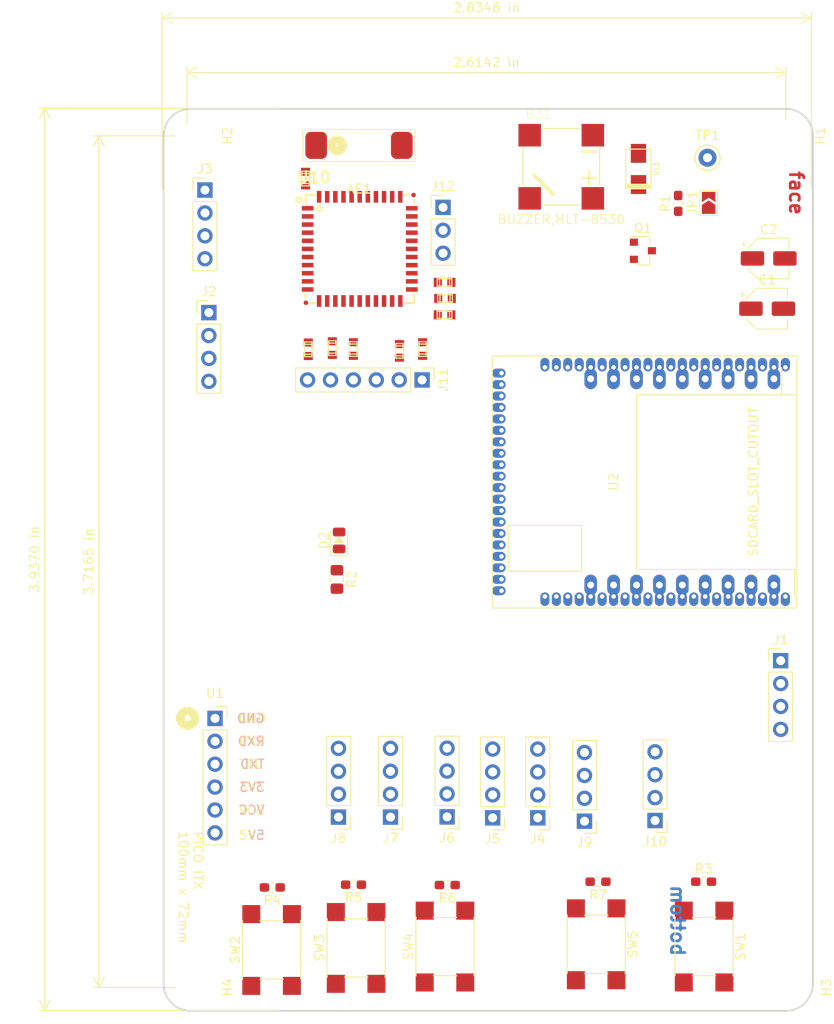
<source format=kicad_pcb>
(kicad_pcb (version 20171130) (host pcbnew 5.1.5-52549c5~86~ubuntu18.04.1)

  (general
    (thickness 1.6)
    (drawings 15)
    (tracks 0)
    (zones 0)
    (modules 49)
    (nets 39)
  )

  (page A4)
  (layers
    (0 F.Cu signal)
    (31 B.Cu signal)
    (32 B.Adhes user)
    (33 F.Adhes user)
    (34 B.Paste user)
    (35 F.Paste user)
    (36 B.SilkS user)
    (37 F.SilkS user)
    (38 B.Mask user)
    (39 F.Mask user)
    (40 Dwgs.User user)
    (41 Cmts.User user)
    (42 Eco1.User user)
    (43 Eco2.User user)
    (44 Edge.Cuts user)
    (45 Margin user)
    (46 B.CrtYd user)
    (47 F.CrtYd user)
    (48 B.Fab user)
    (49 F.Fab user)
  )

  (setup
    (last_trace_width 0.25)
    (trace_clearance 0.2)
    (zone_clearance 0.508)
    (zone_45_only no)
    (trace_min 0.2)
    (via_size 0.8)
    (via_drill 0.4)
    (via_min_size 0.4)
    (via_min_drill 0.3)
    (uvia_size 0.3)
    (uvia_drill 0.1)
    (uvias_allowed no)
    (uvia_min_size 0.2)
    (uvia_min_drill 0.1)
    (edge_width 0.05)
    (segment_width 0.2)
    (pcb_text_width 0.3)
    (pcb_text_size 1.5 1.5)
    (mod_edge_width 0.12)
    (mod_text_size 1 1)
    (mod_text_width 0.15)
    (pad_size 2.7 2.7)
    (pad_drill 2.7)
    (pad_to_mask_clearance 0.051)
    (solder_mask_min_width 0.25)
    (aux_axis_origin 0 0)
    (visible_elements FFFFFF7F)
    (pcbplotparams
      (layerselection 0x010fc_ffffffff)
      (usegerberextensions false)
      (usegerberattributes false)
      (usegerberadvancedattributes false)
      (creategerberjobfile false)
      (excludeedgelayer true)
      (linewidth 0.100000)
      (plotframeref false)
      (viasonmask false)
      (mode 1)
      (useauxorigin false)
      (hpglpennumber 1)
      (hpglpenspeed 20)
      (hpglpendiameter 15.000000)
      (psnegative false)
      (psa4output false)
      (plotreference true)
      (plotvalue true)
      (plotinvisibletext false)
      (padsonsilk false)
      (subtractmaskfromsilk false)
      (outputformat 1)
      (mirror false)
      (drillshape 1)
      (scaleselection 1)
      (outputdirectory ""))
  )

  (net 0 "")
  (net 1 "Net-(AE1-Pad1)")
  (net 2 "Net-(BZ1-PadN)")
  (net 3 +5V)
  (net 4 GND)
  (net 5 "Net-(D2-Pad1)")
  (net 6 /PI_TTL_RXD)
  (net 7 /PI_TTL_TXD)
  (net 8 /PA2)
  (net 9 /PA3)
  (net 10 /PE8)
  (net 11 /PE7)
  (net 12 /SDC1_D2)
  (net 13 /SDC1_D3)
  (net 14 /SDC1_CMD)
  (net 15 /SDC1_D0)
  (net 16 /SDC1_D1)
  (net 17 /PE3)
  (net 18 /PE2)
  (net 19 /PE4)
  (net 20 /PE9)
  (net 21 +3V3)
  (net 22 "Net-(JP1-Pad2)")
  (net 23 "Net-(Q1-Pad1)")
  (net 24 "Net-(R3-Pad1)")
  (net 25 "Net-(R4-Pad1)")
  (net 26 "Net-(R5-Pad1)")
  (net 27 "Net-(R6-Pad1)")
  (net 28 "Net-(R7-Pad1)")
  (net 29 /gpio/FEL)
  (net 30 "Net-(U1-Pad2)")
  (net 31 /SDC1_CLK)
  (net 32 "Net-(J12-Pad3)")
  (net 33 "Net-(J12-Pad2)")
  (net 34 "Net-(J12-Pad1)")
  (net 35 "Net-(U10-Pad2)")
  (net 36 "Net-(U10-Pad12)")
  (net 37 "Net-(U10-Pad34)")
  (net 38 "Net-(U10-Pad23)")

  (net_class Default "This is the default net class."
    (clearance 0.2)
    (trace_width 0.25)
    (via_dia 0.8)
    (via_drill 0.4)
    (uvia_dia 0.3)
    (uvia_drill 0.1)
    (add_net +3V3)
    (add_net +5V)
    (add_net /I2C0-SCK)
    (add_net /I2C0-SDA)
    (add_net /PA0)
    (add_net /PA1)
    (add_net /PA2)
    (add_net /PA3)
    (add_net /PE0)
    (add_net /PE1)
    (add_net /PE10)
    (add_net /PE2)
    (add_net /PE3)
    (add_net /PE4)
    (add_net /PE5)
    (add_net /PE6)
    (add_net /PE7)
    (add_net /PE8)
    (add_net /PE9)
    (add_net /PI_TTL_RXD)
    (add_net /PI_TTL_TXD)
    (add_net /SDC1_CLK)
    (add_net /SDC1_CMD)
    (add_net /SDC1_D0)
    (add_net /SDC1_D1)
    (add_net /SDC1_D2)
    (add_net /SDC1_D3)
    (add_net /USB_DM)
    (add_net /USB_DP)
    (add_net /gpio/FEL)
    (add_net /rtl8723bs-tryout.sch/BT_H_WK)
    (add_net /rtl8723bs-tryout.sch/BT_WK)
    (add_net /rtl8723bs-tryout.sch/WL_H_WK)
    (add_net GND)
    (add_net "Net-(AE1-Pad1)")
    (add_net "Net-(BZ1-PadN)")
    (add_net "Net-(D2-Pad1)")
    (add_net "Net-(J12-Pad1)")
    (add_net "Net-(J12-Pad2)")
    (add_net "Net-(J12-Pad3)")
    (add_net "Net-(JP1-Pad2)")
    (add_net "Net-(Q1-Pad1)")
    (add_net "Net-(R3-Pad1)")
    (add_net "Net-(R4-Pad1)")
    (add_net "Net-(R5-Pad1)")
    (add_net "Net-(R6-Pad1)")
    (add_net "Net-(R7-Pad1)")
    (add_net "Net-(U1-Pad2)")
    (add_net "Net-(U10-Pad10)")
    (add_net "Net-(U10-Pad11)")
    (add_net "Net-(U10-Pad12)")
    (add_net "Net-(U10-Pad2)")
    (add_net "Net-(U10-Pad21)")
    (add_net "Net-(U10-Pad23)")
    (add_net "Net-(U10-Pad24)")
    (add_net "Net-(U10-Pad25)")
    (add_net "Net-(U10-Pad26)")
    (add_net "Net-(U10-Pad27)")
    (add_net "Net-(U10-Pad28)")
    (add_net "Net-(U10-Pad29)")
    (add_net "Net-(U10-Pad30)")
    (add_net "Net-(U10-Pad32)")
    (add_net "Net-(U10-Pad34)")
    (add_net "Net-(U10-Pad35)")
    (add_net "Net-(U10-Pad37)")
    (add_net "Net-(U10-Pad38)")
    (add_net "Net-(U10-Pad39)")
    (add_net "Net-(U10-Pad4)")
    (add_net "Net-(U10-Pad40)")
    (add_net "Net-(U10-Pad5)")
    (add_net "Net-(U10-Pad8)")
  )

  (module footprint-lib:licheepi_nano (layer F.Cu) (tedit 5EA3F28A) (tstamp 5EA49FBD)
    (at 72.6948 57.4294 270)
    (path /5E87A116/5E87B06D)
    (fp_text reference U2 (at 0 7.62 270) (layer F.SilkS)
      (effects (font (size 1 1) (thickness 0.15)))
    )
    (fp_text value LICHEEPI_NANO (at 0 10.16 270) (layer F.Fab)
      (effects (font (size 1 1) (thickness 0.15)))
    )
    (fp_line (start 9.906 11.176) (end 4.826 11.176) (layer F.SilkS) (width 0.12))
    (fp_line (start 9.906 19.304) (end 9.906 11.176) (layer F.SilkS) (width 0.12))
    (fp_line (start 4.826 19.304) (end 9.906 19.304) (layer F.SilkS) (width 0.12))
    (fp_line (start 4.826 11.176) (end 4.826 19.304) (layer F.SilkS) (width 0.12))
    (fp_text user SDCARD_SLOT_CUTOUT (at 0 -7.874 90) (layer F.SilkS)
      (effects (font (size 1 1) (thickness 0.15)))
    )
    (fp_line (start 12.7 -12.446) (end 9.7 -12.446) (layer F.SilkS) (width 0.12))
    (fp_line (start -12.652 -11) (end -9.652 -11) (layer F.SilkS) (width 0.12))
    (fp_line (start 9.7 5.08) (end 9.7 -12.7) (layer F.SilkS) (width 0.12))
    (fp_line (start -9.652 5.08) (end 9.7 5.08) (layer F.SilkS) (width 0.12))
    (fp_line (start -9.652 -12.7) (end -9.652 5.08) (layer F.SilkS) (width 0.12))
    (fp_line (start -13.97 21.07) (end 13.97 21.07) (layer F.SilkS) (width 0.12))
    (fp_line (start 13.97 -12.7) (end -13.97 -12.7) (layer F.SilkS) (width 0.12))
    (fp_line (start 13.97 21.07) (end 13.97 -12.7) (layer F.SilkS) (width 0.12))
    (fp_line (start -13.97 -12.7) (end -13.97 21.07) (layer F.SilkS) (width 0.12))
    (pad 43 thru_hole oval (at 12.7 15.24 270) (size 1.5 1) (drill 0.5 (offset 0.3 0)) (layers *.Cu *.Mask))
    (pad 44 thru_hole oval (at 12.7 13.97 270) (size 1.5 1) (drill 0.5 (offset 0.3 0)) (layers *.Cu *.Mask))
    (pad 22 thru_hole oval (at -12.7 15.24 270) (size 1.5 1) (drill 0.5 (offset -0.3 0)) (layers *.Cu *.Mask))
    (pad 21 thru_hole oval (at -12.7 13.97 270) (size 1.5 1) (drill 0.5 (offset -0.3 0)) (layers *.Cu *.Mask))
    (pad 42 thru_hole oval (at 12.065 20.05 270) (size 1 1.5) (drill 0.5 (offset 0 0.3)) (layers *.Cu *.Mask))
    (pad 41 thru_hole oval (at 10.795 20.05 270) (size 1 1.5) (drill 0.5 (offset 0 0.3)) (layers *.Cu *.Mask))
    (pad 40 thru_hole oval (at 9.525 20.05 270) (size 1 1.5) (drill 0.5 (offset 0 0.3)) (layers *.Cu *.Mask))
    (pad 39 thru_hole oval (at 8.255 20.05 270) (size 1 1.5) (drill 0.5 (offset 0 0.3)) (layers *.Cu *.Mask))
    (pad 38 thru_hole oval (at 6.985 20.05 270) (size 1 1.5) (drill 0.5 (offset 0 0.3)) (layers *.Cu *.Mask))
    (pad 37 thru_hole oval (at 5.715 20.05 270) (size 1 1.5) (drill 0.5 (offset 0 0.3)) (layers *.Cu *.Mask))
    (pad 36 thru_hole oval (at 4.445 20.05 270) (size 1 1.5) (drill 0.5 (offset 0 0.3)) (layers *.Cu *.Mask))
    (pad 35 thru_hole oval (at 3.175 20.05 270) (size 1 1.5) (drill 0.5 (offset 0 0.3)) (layers *.Cu *.Mask))
    (pad 34 thru_hole oval (at 1.905 20.05 270) (size 1 1.5) (drill 0.5 (offset 0 0.3)) (layers *.Cu *.Mask))
    (pad 33 thru_hole oval (at 0.635 20.05 270) (size 1 1.5) (drill 0.5 (offset 0 0.3)) (layers *.Cu *.Mask))
    (pad 32 thru_hole oval (at -0.635 20.05 270) (size 1 1.5) (drill 0.5 (offset 0 0.3)) (layers *.Cu *.Mask))
    (pad 31 thru_hole oval (at -1.905 20.05 270) (size 1 1.5) (drill 0.5 (offset 0 0.3)) (layers *.Cu *.Mask))
    (pad 30 thru_hole oval (at -3.175 20.05 270) (size 1 1.5) (drill 0.5 (offset 0 0.3)) (layers *.Cu *.Mask))
    (pad 29 thru_hole oval (at -4.445 20.05 270) (size 1 1.5) (drill 0.5 (offset 0 0.3)) (layers *.Cu *.Mask))
    (pad 28 thru_hole oval (at -5.715 20.05 270) (size 1 1.5) (drill 0.5 (offset 0 0.3)) (layers *.Cu *.Mask))
    (pad 27 thru_hole oval (at -6.985 20.05 270) (size 1 1.5) (drill 0.5 (offset 0 0.3)) (layers *.Cu *.Mask))
    (pad 26 thru_hole oval (at -8.255 20.05 270) (size 1 1.5) (drill 0.5 (offset 0 0.3)) (layers *.Cu *.Mask))
    (pad 25 thru_hole oval (at -9.525 20.05 270) (size 1 1.5) (drill 0.5 (offset 0 0.3)) (layers *.Cu *.Mask))
    (pad 24 thru_hole oval (at -10.795 20.05 270) (size 1 1.5) (drill 0.5 (offset 0 0.3)) (layers *.Cu *.Mask))
    (pad 23 thru_hole oval (at -12.065 20.05 270) (size 1 1.5) (drill 0.5 (offset 0 0.3)) (layers *.Cu *.Mask))
    (pad 45 thru_hole oval (at 12.7 12.7 270) (size 1.5 1) (drill 0.5 (offset 0.3 0)) (layers *.Cu *.Mask))
    (pad 20 thru_hole oval (at -12.7 12.7 270) (size 1.5 1) (drill 0.5 (offset -0.3 0)) (layers *.Cu *.Mask))
    (pad 46 thru_hole oval (at 12.7 11.43 270) (size 1.5 1) (drill 0.5 (offset 0.3 0)) (layers *.Cu *.Mask))
    (pad 18 thru_hole oval (at -12.7 10.16 270) (size 1.5 1) (drill 0.5 (offset -0.3 0)) (layers *.Cu *.Mask))
    (pad 19 thru_hole oval (at -12.7 11.43 270) (size 1.5 1) (drill 0.5 (offset -0.3 0)) (layers *.Cu *.Mask))
    (pad 15 thru_hole oval (at -12.7 6.35 270) (size 1.5 1) (drill 0.5 (offset -0.3 0)) (layers *.Cu *.Mask))
    (pad 16 thru_hole oval (at -12.7 7.62 270) (size 1.5 1) (drill 0.5 (offset -0.3 0)) (layers *.Cu *.Mask))
    (pad 51 thru_hole oval (at 12.7 5.08 270) (size 1.5 1) (drill 0.5 (offset 0.3 0)) (layers *.Cu *.Mask))
    (pad 14 thru_hole oval (at -12.7 5.08 270) (size 1.5 1) (drill 0.5 (offset -0.3 0)) (layers *.Cu *.Mask))
    (pad 17 thru_hole oval (at -12.7 8.89 270) (size 1.5 1) (drill 0.5 (offset -0.3 0)) (layers *.Cu *.Mask))
    (pad 50 thru_hole oval (at 12.7 6.35 270) (size 1.5 1) (drill 0.5 (offset 0.3 0)) (layers *.Cu *.Mask))
    (pad 49 thru_hole oval (at 12.7 7.62 270) (size 1.5 1) (drill 0.5 (offset 0.3 0)) (layers *.Cu *.Mask))
    (pad 47 thru_hole oval (at 12.7 10.16 270) (size 1.5 1) (drill 0.5 (offset 0.3 0)) (layers *.Cu *.Mask))
    (pad 48 thru_hole oval (at 12.7 8.89 270) (size 1.5 1) (drill 0.5 (offset 0.3 0)) (layers *.Cu *.Mask))
    (pad 52 thru_hole oval (at 12.7 3.81 270) (size 1.5 1) (drill 0.5 (offset 0.3 0)) (layers *.Cu *.Mask))
    (pad 12 thru_hole oval (at -12.7 2.54 270) (size 1.5 1) (drill 0.5 (offset -0.3 0)) (layers *.Cu *.Mask))
    (pad 13 thru_hole oval (at -12.7 3.81 270) (size 1.5 1) (drill 0.5 (offset -0.3 0)) (layers *.Cu *.Mask))
    (pad 9 thru_hole oval (at -12.7 -1.27 270) (size 1.5 1) (drill 0.5 (offset -0.3 0)) (layers *.Cu *.Mask))
    (pad 10 thru_hole oval (at -12.7 0 270) (size 1.5 1) (drill 0.5 (offset -0.3 0)) (layers *.Cu *.Mask))
    (pad 57 thru_hole oval (at 12.7 -2.54 270) (size 1.5 1) (drill 0.5 (offset 0.3 0)) (layers *.Cu *.Mask))
    (pad 8 thru_hole oval (at -12.7 -2.54 270) (size 1.5 1) (drill 0.5 (offset -0.3 0)) (layers *.Cu *.Mask))
    (pad 11 thru_hole oval (at -12.7 1.27 270) (size 1.5 1) (drill 0.5 (offset -0.3 0)) (layers *.Cu *.Mask))
    (pad 56 thru_hole oval (at 12.7 -1.27 270) (size 1.5 1) (drill 0.5 (offset 0.3 0)) (layers *.Cu *.Mask))
    (pad 55 thru_hole oval (at 12.7 0 270) (size 1.5 1) (drill 0.5 (offset 0.3 0)) (layers *.Cu *.Mask))
    (pad 53 thru_hole oval (at 12.7 2.54 270) (size 1.5 1) (drill 0.5 (offset 0.3 0)) (layers *.Cu *.Mask))
    (pad 54 thru_hole oval (at 12.7 1.27 270) (size 1.5 1) (drill 0.5 (offset 0.3 0)) (layers *.Cu *.Mask))
    (pad 7 thru_hole oval (at -12.7 -3.81 270) (size 1.5 1) (drill 0.5 (offset -0.3 0)) (layers *.Cu *.Mask))
    (pad 59 thru_hole oval (at 12.7 -5.08 270) (size 1.5 1) (drill 0.5 (offset 0.3 0)) (layers *.Cu *.Mask))
    (pad 6 thru_hole oval (at -12.7 -5.08 270) (size 1.5 1) (drill 0.5 (offset -0.3 0)) (layers *.Cu *.Mask))
    (pad 58 thru_hole oval (at 12.7 -3.81 270) (size 1.5 1) (drill 0.5 (offset 0.3 0)) (layers *.Cu *.Mask))
    (pad 5 thru_hole oval (at -12.7 -6.35 270) (size 1.5 1) (drill 0.5 (offset -0.3 0)) (layers *.Cu *.Mask))
    (pad 61 thru_hole oval (at 12.7 -7.62 270) (size 1.5 1) (drill 0.5 (offset 0.3 0)) (layers *.Cu *.Mask))
    (pad 4 thru_hole oval (at -12.7 -7.62 270) (size 1.5 1) (drill 0.5 (offset -0.3 0)) (layers *.Cu *.Mask))
    (pad 60 thru_hole oval (at 12.7 -6.35 270) (size 1.5 1) (drill 0.5 (offset 0.3 0)) (layers *.Cu *.Mask))
    (pad 62 thru_hole oval (at 12.7 -8.89 270) (size 1.5 1) (drill 0.5 (offset 0.3 0)) (layers *.Cu *.Mask))
    (pad 63 thru_hole oval (at 12.7 -10.16 270) (size 1.5 1) (drill 0.5 (offset 0.3 0)) (layers *.Cu *.Mask))
    (pad 2 thru_hole oval (at -12.7 -10.16 270) (size 1.5 1) (drill 0.5 (offset -0.3 0)) (layers *.Cu *.Mask))
    (pad 3 thru_hole oval (at -12.7 -8.89 270) (size 1.5 1) (drill 0.5 (offset -0.3 0)) (layers *.Cu *.Mask))
    (pad 64 thru_hole oval (at 12.7 -11.43 270) (size 1.5 1) (drill 0.5 (offset 0.3 0)) (layers *.Cu *.Mask))
    (pad 1 thru_hole oval (at -12.7 -11.43 270) (size 1.5 1) (drill 0.5 (offset -0.3 0)) (layers *.Cu *.Mask))
    (pad 63 thru_hole oval (at 11.43 -10.16) (size 1.4 2.3) (drill 0.762) (layers *.Cu *.Mask))
    (pad 61 thru_hole oval (at 11.43 -7.62) (size 1.4 2.3) (drill 0.762) (layers *.Cu *.Mask))
    (pad 59 thru_hole oval (at 11.43 -5.08) (size 1.4 2.3) (drill 0.762) (layers *.Cu *.Mask))
    (pad 57 thru_hole oval (at 11.43 -2.54) (size 1.4 2.3) (drill 0.762) (layers *.Cu *.Mask))
    (pad 55 thru_hole oval (at 11.43 0) (size 1.4 2.3) (drill 0.762) (layers *.Cu *.Mask))
    (pad 53 thru_hole oval (at 11.43 2.54) (size 1.4 2.3) (drill 0.762) (layers *.Cu *.Mask))
    (pad 51 thru_hole oval (at 11.43 5.08) (size 1.4 2.3) (drill 0.762) (layers *.Cu *.Mask))
    (pad 49 thru_hole oval (at 11.43 7.62) (size 1.4 2.3) (drill 0.762) (layers *.Cu *.Mask))
    (pad 47 thru_hole oval (at 11.43 10.16) (size 1.4 2.3) (drill 0.762) (layers *.Cu *.Mask))
    (pad 18 thru_hole oval (at -11.43 10.16) (size 1.4 2.3) (drill 0.762) (layers *.Cu *.Mask))
    (pad 16 thru_hole oval (at -11.43 7.62) (size 1.4 2.3) (drill 0.762) (layers *.Cu *.Mask))
    (pad 14 thru_hole oval (at -11.43 5.08) (size 1.4 2.3) (drill 0.762) (layers *.Cu *.Mask))
    (pad 12 thru_hole oval (at -11.43 2.54) (size 1.4 2.3) (drill 0.762) (layers *.Cu *.Mask))
    (pad 10 thru_hole oval (at -11.43 0) (size 1.4 2.3) (drill 0.762) (layers *.Cu *.Mask))
    (pad 8 thru_hole oval (at -11.43 -2.54) (size 1.4 2.3) (drill 0.762) (layers *.Cu *.Mask))
    (pad 6 thru_hole oval (at -11.43 -5.08) (size 1.4 2.3) (drill 0.762) (layers *.Cu *.Mask))
    (pad 4 thru_hole oval (at -11.43 -7.62) (size 1.4 2.3) (drill 0.762) (layers *.Cu *.Mask))
    (pad 2 thru_hole oval (at -11.43 -10.16) (size 1.4 2.3) (drill 0.762) (layers *.Cu *.Mask))
  )

  (module footprint-lib:DO-214AC (layer F.Cu) (tedit 5EA3F0DF) (tstamp 5EA545C0)
    (at 67.8307 22.733 270)
    (descr "DO214AC SS12")
    (tags SS12)
    (path /5E91CDD8/5EA779A4)
    (fp_text reference U13 (at 0 -1.9685 90) (layer F.SilkS)
      (effects (font (size 0.50038 0.50038) (thickness 0.11938)))
    )
    (fp_text value M1,GPP,SMA,DO-214AC,C123825 (at 0 1.9685 90) (layer F.SilkS) hide
      (effects (font (size 0.50038 0.50038) (thickness 0.11938)))
    )
    (fp_line (start 2.19964 1.39954) (end 2.19964 -1.39954) (layer F.SilkS) (width 0.127))
    (fp_line (start -2.19964 1.39954) (end 2.19964 1.39954) (layer F.SilkS) (width 0.127))
    (fp_line (start -2.19964 -1.39954) (end -2.19964 1.39954) (layer F.SilkS) (width 0.127))
    (fp_line (start 2.19964 -1.39954) (end -2.19964 -1.39954) (layer F.SilkS) (width 0.127))
    (fp_line (start 1.69926 -1.39954) (end 1.69926 1.39954) (layer F.SilkS) (width 0.127))
    (fp_line (start 1.80086 -1.39954) (end 1.80086 1.39954) (layer F.SilkS) (width 0.127))
    (fp_line (start 1.89992 1.39954) (end 1.89992 -1.39954) (layer F.SilkS) (width 0.127))
    (fp_line (start 1.99898 -1.39954) (end 1.99898 1.39954) (layer F.SilkS) (width 0.127))
    (fp_line (start 2.10058 1.39954) (end 2.10058 -1.39954) (layer F.SilkS) (width 0.127))
    (pad 2 smd rect (at -1.72974 0 270) (size 2.10058 1.69926) (layers F.Cu F.Paste F.Mask)
      (net 2 "Net-(BZ1-PadN)"))
    (pad 1 smd rect (at 1.72974 0 270) (size 2.10058 1.69926) (layers F.Cu F.Paste F.Mask)
      (net 3 +5V))
    (model ${HOME}/_workspace/kicad/kicad_library/smisioto-footprints/modules/packages3d/walter/smd_diode/do214ac.wrl
      (at (xyz 0 0 0))
      (scale (xyz 1 1 1))
      (rotate (xyz 0 0 0))
    )
  )

  (module w_smd_resistors:r_0603 (layer F.Cu) (tedit 0) (tstamp 5EA4A987)
    (at 46.3296 38.9128)
    (descr "SMT resistor, 0603")
    (path /5EA427D8/5E5944D4)
    (fp_text reference U12 (at 0 -0.6096) (layer F.SilkS)
      (effects (font (size 0.20066 0.20066) (thickness 0.04064)))
    )
    (fp_text value "10KΩ,(1002),±1%,0603,C25804" (at 0 0.6096) (layer F.SilkS) hide
      (effects (font (size 0.20066 0.20066) (thickness 0.04064)))
    )
    (fp_line (start -0.8128 0.4064) (end -0.8128 -0.4064) (layer F.SilkS) (width 0.127))
    (fp_line (start 0.8128 0.4064) (end -0.8128 0.4064) (layer F.SilkS) (width 0.127))
    (fp_line (start 0.8128 -0.4064) (end 0.8128 0.4064) (layer F.SilkS) (width 0.127))
    (fp_line (start -0.8128 -0.4064) (end 0.8128 -0.4064) (layer F.SilkS) (width 0.127))
    (fp_line (start -0.5588 -0.381) (end -0.5588 0.4064) (layer F.SilkS) (width 0.127))
    (fp_line (start 0.5588 0.4064) (end 0.5588 -0.4064) (layer F.SilkS) (width 0.127))
    (pad 2 smd rect (at -0.75184 0) (size 0.89916 1.00076) (layers F.Cu F.Paste F.Mask)
      (net 38 "Net-(U10-Pad23)"))
    (pad 1 smd rect (at 0.75184 0) (size 0.89916 1.00076) (layers F.Cu F.Paste F.Mask)
      (net 21 +3V3))
    (model ${HOME}/_workspace/kicad/kicad_library/smisioto-footprints/modules/packages3d/walter/smd_resistors/r_0603.wrl
      (at (xyz 0 0 0))
      (scale (xyz 1 1 1))
      (rotate (xyz 0 0 0))
    )
  )

  (module w_smd_resistors:r_0603 (layer F.Cu) (tedit 0) (tstamp 5EA4A9A8)
    (at 46.3296 35.306)
    (descr "SMT resistor, 0603")
    (path /5EA427D8/5E5B14A7)
    (fp_text reference U11 (at 0 -0.6096) (layer F.SilkS)
      (effects (font (size 0.20066 0.20066) (thickness 0.04064)))
    )
    (fp_text value "100KΩ,(1003),±1%,0603,C25803" (at 0 0.6096) (layer F.SilkS) hide
      (effects (font (size 0.20066 0.20066) (thickness 0.04064)))
    )
    (fp_line (start -0.8128 0.4064) (end -0.8128 -0.4064) (layer F.SilkS) (width 0.127))
    (fp_line (start 0.8128 0.4064) (end -0.8128 0.4064) (layer F.SilkS) (width 0.127))
    (fp_line (start 0.8128 -0.4064) (end 0.8128 0.4064) (layer F.SilkS) (width 0.127))
    (fp_line (start -0.8128 -0.4064) (end 0.8128 -0.4064) (layer F.SilkS) (width 0.127))
    (fp_line (start -0.5588 -0.381) (end -0.5588 0.4064) (layer F.SilkS) (width 0.127))
    (fp_line (start 0.5588 0.4064) (end 0.5588 -0.4064) (layer F.SilkS) (width 0.127))
    (pad 2 smd rect (at -0.75184 0) (size 0.89916 1.00076) (layers F.Cu F.Paste F.Mask)
      (net 37 "Net-(U10-Pad34)"))
    (pad 1 smd rect (at 0.75184 0) (size 0.89916 1.00076) (layers F.Cu F.Paste F.Mask)
      (net 21 +3V3))
    (model ${HOME}/_workspace/kicad/kicad_library/smisioto-footprints/modules/packages3d/walter/smd_resistors/r_0603.wrl
      (at (xyz 0 0 0))
      (scale (xyz 1 1 1))
      (rotate (xyz 0 0 0))
    )
  )

  (module "footprint-lib:RL-SM02BD(RTL8723BS)" (layer F.Cu) (tedit 56976471) (tstamp 5EA4AA62)
    (at 36.921488 31.595399)
    (path /5EA427D8/5E58D194)
    (attr smd)
    (fp_text reference U10 (at -5.11 -7.92) (layer F.SilkS)
      (effects (font (size 1.27 1.27) (thickness 0.254)))
    )
    (fp_text value RTL8723BS (at 0.39 8.94) (layer F.Fab)
      (effects (font (size 1.27 1.27) (thickness 0.254)))
    )
    (fp_text user "Rotation Still NOT Checked!!!" (at 0.762 11.684) (layer F.Adhes)
      (effects (font (size 1.27 1.27) (thickness 0.254)))
    )
    (fp_line (start -5.13 5.13) (end -5.13 -5.13) (layer F.Fab) (width 0.254))
    (fp_line (start 5.13 5.13) (end -5.13 5.13) (layer F.Fab) (width 0.254))
    (fp_line (start 5.13 -5.13) (end 5.13 5.13) (layer F.Fab) (width 0.254))
    (fp_line (start -5.13 -5.13) (end 5.13 -5.13) (layer F.Fab) (width 0.254))
    (fp_text user "With the Plastic Feeder!" (at 1.016 13.843) (layer F.Adhes)
      (effects (font (size 1.27 1.27) (thickness 0.254)))
    )
    (fp_line (start -6 -5.99) (end -4.89 -5.99) (layer F.SilkS) (width 0.254))
    (fp_line (start -6 -5.99) (end -6 -4.89) (layer F.SilkS) (width 0.254))
    (fp_line (start 6 6) (end 6 4.89) (layer F.SilkS) (width 0.254))
    (fp_line (start 6 6) (end 4.89 6) (layer F.SilkS) (width 0.254))
    (fp_circle (center -4.46 -4.48) (end -4.21 -4.56) (layer F.SilkS) (width 0.254))
    (fp_circle (center -6.74 -5.43) (end -6.49 -5.51) (layer F.SilkS) (width 0.254))
    (fp_line (start -5.41 6) (end -4.91 6) (layer F.SilkS) (width 0.254))
    (fp_line (start -6 4.9) (end -6 5.39) (layer F.SilkS) (width 0.254))
    (fp_line (start 6 -5) (end 6 -5.42) (layer F.SilkS) (width 0.254))
    (fp_line (start 4.92 -6) (end 5.41 -6) (layer F.SilkS) (width 0.254))
    (pad FID1 smd circle (at -5.969 5.969 270) (size 0.5 0.5) (layers F.Cu F.Mask)
      (solder_mask_margin 0.05))
    (pad 44 smd rect (at -4.5 -5.775 270) (size 1.3 0.5) (layers F.Cu F.Paste F.Mask)
      (net 32 "Net-(J12-Pad3)") (solder_mask_margin 0.05))
    (pad 43 smd rect (at -3.6 -5.775 270) (size 1.3 0.5) (layers F.Cu F.Paste F.Mask)
      (net 33 "Net-(J12-Pad2)") (solder_mask_margin 0.05))
    (pad 42 smd rect (at -2.7 -5.775 270) (size 1.3 0.5) (layers F.Cu F.Paste F.Mask)
      (net 34 "Net-(J12-Pad1)") (solder_mask_margin 0.05))
    (pad 41 smd rect (at -1.8 -5.775 270) (size 1.3 0.5) (layers F.Cu F.Paste F.Mask)
      (net 4 GND) (solder_mask_margin 0.05))
    (pad 40 smd rect (at -0.9 -5.775 270) (size 1.3 0.5) (layers F.Cu F.Paste F.Mask)
      (solder_mask_margin 0.05))
    (pad 39 smd rect (at 0 -5.775 270) (size 1.3 0.5) (layers F.Cu F.Paste F.Mask)
      (solder_mask_margin 0.05))
    (pad 38 smd rect (at 0.9 -5.775 270) (size 1.3 0.5) (layers F.Cu F.Paste F.Mask)
      (solder_mask_margin 0.05))
    (pad 37 smd rect (at 1.8 -5.775 270) (size 1.3 0.5) (layers F.Cu F.Paste F.Mask)
      (solder_mask_margin 0.05))
    (pad 36 smd rect (at 2.7 -5.775 270) (size 1.3 0.5) (layers F.Cu F.Paste F.Mask)
      (net 4 GND) (solder_mask_margin 0.05))
    (pad 35 smd rect (at 3.6 -5.775 270) (size 1.3 0.5) (layers F.Cu F.Paste F.Mask)
      (solder_mask_margin 0.05))
    (pad 34 smd rect (at 4.5 -5.775 270) (size 1.3 0.5) (layers F.Cu F.Paste F.Mask)
      (net 37 "Net-(U10-Pad34)") (solder_mask_margin 0.05))
    (pad 33 smd rect (at 5.775 -4.5 180) (size 1.3 0.5) (layers F.Cu F.Paste F.Mask)
      (net 4 GND) (solder_mask_margin 0.05))
    (pad 32 smd rect (at 5.775 -3.6 180) (size 1.3 0.5) (layers F.Cu F.Paste F.Mask)
      (solder_mask_margin 0.05))
    (pad 31 smd rect (at 5.775 -2.7 180) (size 1.3 0.5) (layers F.Cu F.Paste F.Mask)
      (net 4 GND) (solder_mask_margin 0.05))
    (pad 30 smd rect (at 5.775 -1.8 180) (size 1.3 0.5) (layers F.Cu F.Paste F.Mask)
      (solder_mask_margin 0.05))
    (pad 29 smd rect (at 5.775 -0.9 180) (size 1.3 0.5) (layers F.Cu F.Paste F.Mask)
      (solder_mask_margin 0.05))
    (pad 28 smd rect (at 5.775 0 180) (size 1.3 0.5) (layers F.Cu F.Paste F.Mask)
      (solder_mask_margin 0.05))
    (pad 27 smd rect (at 5.775 0.9 180) (size 1.3 0.5) (layers F.Cu F.Paste F.Mask)
      (solder_mask_margin 0.05))
    (pad 26 smd rect (at 5.775 1.8 180) (size 1.3 0.5) (layers F.Cu F.Paste F.Mask)
      (solder_mask_margin 0.05))
    (pad 25 smd rect (at 5.775 2.7 180) (size 1.3 0.5) (layers F.Cu F.Paste F.Mask)
      (solder_mask_margin 0.05))
    (pad 24 smd rect (at 5.775 3.6 180) (size 1.3 0.5) (layers F.Cu F.Paste F.Mask)
      (solder_mask_margin 0.05))
    (pad 23 smd rect (at 5.775 4.5 180) (size 1.3 0.5) (layers F.Cu F.Paste F.Mask)
      (net 38 "Net-(U10-Pad23)") (solder_mask_margin 0.05))
    (pad 22 smd rect (at 4.5 5.775 90) (size 1.3 0.5) (layers F.Cu F.Paste F.Mask)
      (net 21 +3V3) (solder_mask_margin 0.05))
    (pad 21 smd rect (at 3.6 5.775 90) (size 1.3 0.5) (layers F.Cu F.Paste F.Mask)
      (solder_mask_margin 0.05))
    (pad 20 smd rect (at 2.7 5.775 90) (size 1.3 0.5) (layers F.Cu F.Paste F.Mask)
      (net 4 GND) (solder_mask_margin 0.05))
    (pad 19 smd rect (at 1.8 5.775 90) (size 1.3 0.5) (layers F.Cu F.Paste F.Mask)
      (net 16 /SDC1_D1) (solder_mask_margin 0.05))
    (pad 18 smd rect (at 0.9 5.775 90) (size 1.3 0.5) (layers F.Cu F.Paste F.Mask)
      (net 15 /SDC1_D0) (solder_mask_margin 0.05))
    (pad 17 smd rect (at 0 5.775 90) (size 1.3 0.5) (layers F.Cu F.Paste F.Mask)
      (net 31 /SDC1_CLK) (solder_mask_margin 0.05))
    (pad 16 smd rect (at -0.9 5.775 90) (size 1.3 0.5) (layers F.Cu F.Paste F.Mask)
      (net 14 /SDC1_CMD) (solder_mask_margin 0.05))
    (pad 15 smd rect (at -1.8 5.775 90) (size 1.3 0.5) (layers F.Cu F.Paste F.Mask)
      (net 13 /SDC1_D3) (solder_mask_margin 0.05))
    (pad 14 smd rect (at -2.7 5.775 90) (size 1.3 0.5) (layers F.Cu F.Paste F.Mask)
      (net 12 /SDC1_D2) (solder_mask_margin 0.05))
    (pad 13 smd rect (at -3.6 5.775 90) (size 1.3 0.5) (layers F.Cu F.Paste F.Mask)
      (solder_mask_margin 0.05))
    (pad 12 smd rect (at -4.5 5.775 90) (size 1.3 0.5) (layers F.Cu F.Paste F.Mask)
      (net 36 "Net-(U10-Pad12)") (solder_mask_margin 0.05))
    (pad 11 smd rect (at -5.775 4.5) (size 1.3 0.5) (layers F.Cu F.Paste F.Mask)
      (solder_mask_margin 0.05))
    (pad 10 smd rect (at -5.775 3.6) (size 1.3 0.5) (layers F.Cu F.Paste F.Mask)
      (solder_mask_margin 0.05))
    (pad 9 smd rect (at -5.775 2.7) (size 1.3 0.5) (layers F.Cu F.Paste F.Mask)
      (net 21 +3V3) (solder_mask_margin 0.05))
    (pad 8 smd rect (at -5.775 1.8) (size 1.3 0.5) (layers F.Cu F.Paste F.Mask)
      (solder_mask_margin 0.05))
    (pad 7 smd rect (at -5.775 0.9) (size 1.3 0.5) (layers F.Cu F.Paste F.Mask)
      (solder_mask_margin 0.05))
    (pad 6 smd rect (at -5.775 0) (size 1.3 0.5) (layers F.Cu F.Paste F.Mask)
      (solder_mask_margin 0.05))
    (pad 5 smd rect (at -5.775 -0.9) (size 1.3 0.5) (layers F.Cu F.Paste F.Mask)
      (solder_mask_margin 0.05))
    (pad 4 smd rect (at -5.775 -1.8) (size 1.3 0.5) (layers F.Cu F.Paste F.Mask)
      (solder_mask_margin 0.05))
    (pad 3 smd rect (at -5.775 -2.7) (size 1.3 0.5) (layers F.Cu F.Paste F.Mask)
      (net 4 GND) (solder_mask_margin 0.05))
    (pad 2 smd rect (at -5.775 -3.6) (size 1.3 0.5) (layers F.Cu F.Paste F.Mask)
      (net 35 "Net-(U10-Pad2)") (solder_mask_margin 0.05))
    (pad 1 smd rect (at -5.775 -4.5) (size 1.3 0.5) (layers F.Cu F.Paste F.Mask)
      (net 4 GND) (solder_mask_margin 0.05))
    (pad FID2 smd circle (at 5.969 -5.969 270) (size 0.5 0.5) (layers F.Cu F.Mask)
      (solder_mask_margin 0.05))
  )

  (module w_smd_resistors:r_0603 (layer F.Cu) (tedit 0) (tstamp 5EA4A909)
    (at 46.3804 37.084 180)
    (descr "SMT resistor, 0603")
    (path /5EA427D8/5E5B5081)
    (fp_text reference U9 (at 0 -0.6096) (layer F.SilkS)
      (effects (font (size 0.20066 0.20066) (thickness 0.04064)))
    )
    (fp_text value "100KΩ,(1003),±1%,0603,C25803" (at 0 0.6096) (layer F.SilkS) hide
      (effects (font (size 0.20066 0.20066) (thickness 0.04064)))
    )
    (fp_line (start -0.8128 0.4064) (end -0.8128 -0.4064) (layer F.SilkS) (width 0.127))
    (fp_line (start 0.8128 0.4064) (end -0.8128 0.4064) (layer F.SilkS) (width 0.127))
    (fp_line (start 0.8128 -0.4064) (end 0.8128 0.4064) (layer F.SilkS) (width 0.127))
    (fp_line (start -0.8128 -0.4064) (end 0.8128 -0.4064) (layer F.SilkS) (width 0.127))
    (fp_line (start -0.5588 -0.381) (end -0.5588 0.4064) (layer F.SilkS) (width 0.127))
    (fp_line (start 0.5588 0.4064) (end 0.5588 -0.4064) (layer F.SilkS) (width 0.127))
    (pad 2 smd rect (at -0.75184 0 180) (size 0.89916 1.00076) (layers F.Cu F.Paste F.Mask)
      (net 21 +3V3))
    (pad 1 smd rect (at 0.75184 0 180) (size 0.89916 1.00076) (layers F.Cu F.Paste F.Mask)
      (net 36 "Net-(U10-Pad12)"))
    (model ${HOME}/_workspace/kicad/kicad_library/smisioto-footprints/modules/packages3d/walter/smd_resistors/r_0603.wrl
      (at (xyz 0 0 0))
      (scale (xyz 1 1 1))
      (rotate (xyz 0 0 0))
    )
  )

  (module w_smd_cap:c_0603 (layer F.Cu) (tedit 0) (tstamp 5EA4A9C9)
    (at 30.9118 23.7998 270)
    (descr "SMT capacitor, 0603")
    (path /5EA427D8/5E5E0713)
    (fp_text reference U8 (at 0 -0.635 90) (layer F.SilkS)
      (effects (font (size 0.20066 0.20066) (thickness 0.04064)))
    )
    (fp_text value "33pF,(330),±5%,50V,C0G,0603,C1663" (at 0 0.635 90) (layer F.SilkS) hide
      (effects (font (size 0.20066 0.20066) (thickness 0.04064)))
    )
    (fp_line (start -0.8128 0.4064) (end -0.8128 -0.4064) (layer F.SilkS) (width 0.127))
    (fp_line (start 0.8128 0.4064) (end -0.8128 0.4064) (layer F.SilkS) (width 0.127))
    (fp_line (start 0.8128 -0.4064) (end 0.8128 0.4064) (layer F.SilkS) (width 0.127))
    (fp_line (start -0.8128 -0.4064) (end 0.8128 -0.4064) (layer F.SilkS) (width 0.127))
    (fp_line (start -0.5588 -0.381) (end -0.5588 0.4064) (layer F.SilkS) (width 0.127))
    (fp_line (start 0.5588 0.4064) (end 0.5588 -0.4064) (layer F.SilkS) (width 0.127))
    (pad 2 smd rect (at -0.75184 0 270) (size 0.89916 1.00076) (layers F.Cu F.Paste F.Mask)
      (net 1 "Net-(AE1-Pad1)"))
    (pad 1 smd rect (at 0.75184 0 270) (size 0.89916 1.00076) (layers F.Cu F.Paste F.Mask)
      (net 35 "Net-(U10-Pad2)"))
    (model ${HOME}/_workspace/kicad/kicad_library/smisioto-footprints/modules/packages3d/walter/smd_cap/c_0603.wrl
      (at (xyz 0 0 0))
      (scale (xyz 1 1 1))
      (rotate (xyz 0 0 0))
    )
  )

  (module w_smd_resistors:r_0603 (layer F.Cu) (tedit 0) (tstamp 5EA4A9EA)
    (at 36.2204 42.6974 270)
    (descr "SMT resistor, 0603")
    (path /5EA427D8/5E5A31FD)
    (fp_text reference U7 (at 0 -0.6096 90) (layer F.SilkS)
      (effects (font (size 0.20066 0.20066) (thickness 0.04064)))
    )
    (fp_text value "47KΩ,(4702),±1%,0603,C25819" (at 0 0.6096 90) (layer F.SilkS) hide
      (effects (font (size 0.20066 0.20066) (thickness 0.04064)))
    )
    (fp_line (start -0.8128 0.4064) (end -0.8128 -0.4064) (layer F.SilkS) (width 0.127))
    (fp_line (start 0.8128 0.4064) (end -0.8128 0.4064) (layer F.SilkS) (width 0.127))
    (fp_line (start 0.8128 -0.4064) (end 0.8128 0.4064) (layer F.SilkS) (width 0.127))
    (fp_line (start -0.8128 -0.4064) (end 0.8128 -0.4064) (layer F.SilkS) (width 0.127))
    (fp_line (start -0.5588 -0.381) (end -0.5588 0.4064) (layer F.SilkS) (width 0.127))
    (fp_line (start 0.5588 0.4064) (end 0.5588 -0.4064) (layer F.SilkS) (width 0.127))
    (pad 2 smd rect (at -0.75184 0 270) (size 0.89916 1.00076) (layers F.Cu F.Paste F.Mask)
      (net 21 +3V3))
    (pad 1 smd rect (at 0.75184 0 270) (size 0.89916 1.00076) (layers F.Cu F.Paste F.Mask)
      (net 14 /SDC1_CMD))
    (model ${HOME}/_workspace/kicad/kicad_library/smisioto-footprints/modules/packages3d/walter/smd_resistors/r_0603.wrl
      (at (xyz 0 0 0))
      (scale (xyz 1 1 1))
      (rotate (xyz 0 0 0))
    )
  )

  (module w_smd_resistors:r_0603 (layer F.Cu) (tedit 0) (tstamp 5EA4A816)
    (at 33.8836 42.5958 270)
    (descr "SMT resistor, 0603")
    (path /5EA427D8/5E5A302E)
    (fp_text reference U6 (at 0 -0.6096 90) (layer F.SilkS)
      (effects (font (size 0.20066 0.20066) (thickness 0.04064)))
    )
    (fp_text value "47KΩ,(4702),±1%,0603,C25819" (at 0 0.6096 90) (layer F.SilkS) hide
      (effects (font (size 0.20066 0.20066) (thickness 0.04064)))
    )
    (fp_line (start -0.8128 0.4064) (end -0.8128 -0.4064) (layer F.SilkS) (width 0.127))
    (fp_line (start 0.8128 0.4064) (end -0.8128 0.4064) (layer F.SilkS) (width 0.127))
    (fp_line (start 0.8128 -0.4064) (end 0.8128 0.4064) (layer F.SilkS) (width 0.127))
    (fp_line (start -0.8128 -0.4064) (end 0.8128 -0.4064) (layer F.SilkS) (width 0.127))
    (fp_line (start -0.5588 -0.381) (end -0.5588 0.4064) (layer F.SilkS) (width 0.127))
    (fp_line (start 0.5588 0.4064) (end 0.5588 -0.4064) (layer F.SilkS) (width 0.127))
    (pad 2 smd rect (at -0.75184 0 270) (size 0.89916 1.00076) (layers F.Cu F.Paste F.Mask)
      (net 21 +3V3))
    (pad 1 smd rect (at 0.75184 0 270) (size 0.89916 1.00076) (layers F.Cu F.Paste F.Mask)
      (net 13 /SDC1_D3))
    (model ${HOME}/_workspace/kicad/kicad_library/smisioto-footprints/modules/packages3d/walter/smd_resistors/r_0603.wrl
      (at (xyz 0 0 0))
      (scale (xyz 1 1 1))
      (rotate (xyz 0 0 0))
    )
  )

  (module w_smd_resistors:r_0603 (layer F.Cu) (tedit 0) (tstamp 5EA4AA0B)
    (at 31.2166 42.7228 270)
    (descr "SMT resistor, 0603")
    (path /5EA427D8/5E5A2DF7)
    (fp_text reference U5 (at 0 -0.6096 90) (layer F.SilkS)
      (effects (font (size 0.20066 0.20066) (thickness 0.04064)))
    )
    (fp_text value "47KΩ,(4702),±1%,0603,C25819" (at 0 0.6096 90) (layer F.SilkS) hide
      (effects (font (size 0.20066 0.20066) (thickness 0.04064)))
    )
    (fp_line (start -0.8128 0.4064) (end -0.8128 -0.4064) (layer F.SilkS) (width 0.127))
    (fp_line (start 0.8128 0.4064) (end -0.8128 0.4064) (layer F.SilkS) (width 0.127))
    (fp_line (start 0.8128 -0.4064) (end 0.8128 0.4064) (layer F.SilkS) (width 0.127))
    (fp_line (start -0.8128 -0.4064) (end 0.8128 -0.4064) (layer F.SilkS) (width 0.127))
    (fp_line (start -0.5588 -0.381) (end -0.5588 0.4064) (layer F.SilkS) (width 0.127))
    (fp_line (start 0.5588 0.4064) (end 0.5588 -0.4064) (layer F.SilkS) (width 0.127))
    (pad 2 smd rect (at -0.75184 0 270) (size 0.89916 1.00076) (layers F.Cu F.Paste F.Mask)
      (net 21 +3V3))
    (pad 1 smd rect (at 0.75184 0 270) (size 0.89916 1.00076) (layers F.Cu F.Paste F.Mask)
      (net 12 /SDC1_D2))
    (model ${HOME}/_workspace/kicad/kicad_library/smisioto-footprints/modules/packages3d/walter/smd_resistors/r_0603.wrl
      (at (xyz 0 0 0))
      (scale (xyz 1 1 1))
      (rotate (xyz 0 0 0))
    )
  )

  (module w_smd_resistors:r_0603 (layer F.Cu) (tedit 0) (tstamp 5EA4A945)
    (at 43.8912 42.6974 270)
    (descr "SMT resistor, 0603")
    (path /5EA427D8/5E5A2C30)
    (fp_text reference U4 (at 0 -0.6096 90) (layer F.SilkS)
      (effects (font (size 0.20066 0.20066) (thickness 0.04064)))
    )
    (fp_text value "47KΩ,(4702),±1%,0603,C25819" (at 0 0.6096 90) (layer F.SilkS) hide
      (effects (font (size 0.20066 0.20066) (thickness 0.04064)))
    )
    (fp_line (start -0.8128 0.4064) (end -0.8128 -0.4064) (layer F.SilkS) (width 0.127))
    (fp_line (start 0.8128 0.4064) (end -0.8128 0.4064) (layer F.SilkS) (width 0.127))
    (fp_line (start 0.8128 -0.4064) (end 0.8128 0.4064) (layer F.SilkS) (width 0.127))
    (fp_line (start -0.8128 -0.4064) (end 0.8128 -0.4064) (layer F.SilkS) (width 0.127))
    (fp_line (start -0.5588 -0.381) (end -0.5588 0.4064) (layer F.SilkS) (width 0.127))
    (fp_line (start 0.5588 0.4064) (end 0.5588 -0.4064) (layer F.SilkS) (width 0.127))
    (pad 2 smd rect (at -0.75184 0 270) (size 0.89916 1.00076) (layers F.Cu F.Paste F.Mask)
      (net 21 +3V3))
    (pad 1 smd rect (at 0.75184 0 270) (size 0.89916 1.00076) (layers F.Cu F.Paste F.Mask)
      (net 16 /SDC1_D1))
    (model ${HOME}/_workspace/kicad/kicad_library/smisioto-footprints/modules/packages3d/walter/smd_resistors/r_0603.wrl
      (at (xyz 0 0 0))
      (scale (xyz 1 1 1))
      (rotate (xyz 0 0 0))
    )
  )

  (module w_smd_resistors:r_0603 (layer F.Cu) (tedit 0) (tstamp 5EA4A966)
    (at 41.3258 42.9006 270)
    (descr "SMT resistor, 0603")
    (path /5EA427D8/5E5A1C63)
    (fp_text reference U3 (at 0 -0.6096 90) (layer F.SilkS)
      (effects (font (size 0.20066 0.20066) (thickness 0.04064)))
    )
    (fp_text value "47KΩ,(4702),±1%,0603,C25819" (at 0 0.6096 90) (layer F.SilkS) hide
      (effects (font (size 0.20066 0.20066) (thickness 0.04064)))
    )
    (fp_line (start -0.8128 0.4064) (end -0.8128 -0.4064) (layer F.SilkS) (width 0.127))
    (fp_line (start 0.8128 0.4064) (end -0.8128 0.4064) (layer F.SilkS) (width 0.127))
    (fp_line (start 0.8128 -0.4064) (end 0.8128 0.4064) (layer F.SilkS) (width 0.127))
    (fp_line (start -0.8128 -0.4064) (end 0.8128 -0.4064) (layer F.SilkS) (width 0.127))
    (fp_line (start -0.5588 -0.381) (end -0.5588 0.4064) (layer F.SilkS) (width 0.127))
    (fp_line (start 0.5588 0.4064) (end 0.5588 -0.4064) (layer F.SilkS) (width 0.127))
    (pad 2 smd rect (at -0.75184 0 270) (size 0.89916 1.00076) (layers F.Cu F.Paste F.Mask)
      (net 21 +3V3))
    (pad 1 smd rect (at 0.75184 0 270) (size 0.89916 1.00076) (layers F.Cu F.Paste F.Mask)
      (net 15 /SDC1_D0))
    (model ${HOME}/_workspace/kicad/kicad_library/smisioto-footprints/modules/packages3d/walter/smd_resistors/r_0603.wrl
      (at (xyz 0 0 0))
      (scale (xyz 1 1 1))
      (rotate (xyz 0 0 0))
    )
  )

  (module Connector_PinHeader_2.54mm:PinHeader_1x03_P2.54mm_Vertical (layer F.Cu) (tedit 59FED5CC) (tstamp 5EA4A887)
    (at 46.167 26.9954)
    (descr "Through hole straight pin header, 1x03, 2.54mm pitch, single row")
    (tags "Through hole pin header THT 1x03 2.54mm single row")
    (path /5EA427D8/5E58EF3B)
    (fp_text reference J12 (at 0 -2.33) (layer F.SilkS)
      (effects (font (size 1 1) (thickness 0.15)))
    )
    (fp_text value UART_DEBUG (at 0 7.41) (layer F.Fab)
      (effects (font (size 1 1) (thickness 0.15)))
    )
    (fp_text user %R (at 0 2.54 90) (layer F.Fab)
      (effects (font (size 1 1) (thickness 0.15)))
    )
    (fp_line (start 1.8 -1.8) (end -1.8 -1.8) (layer F.CrtYd) (width 0.05))
    (fp_line (start 1.8 6.85) (end 1.8 -1.8) (layer F.CrtYd) (width 0.05))
    (fp_line (start -1.8 6.85) (end 1.8 6.85) (layer F.CrtYd) (width 0.05))
    (fp_line (start -1.8 -1.8) (end -1.8 6.85) (layer F.CrtYd) (width 0.05))
    (fp_line (start -1.33 -1.33) (end 0 -1.33) (layer F.SilkS) (width 0.12))
    (fp_line (start -1.33 0) (end -1.33 -1.33) (layer F.SilkS) (width 0.12))
    (fp_line (start -1.33 1.27) (end 1.33 1.27) (layer F.SilkS) (width 0.12))
    (fp_line (start 1.33 1.27) (end 1.33 6.41) (layer F.SilkS) (width 0.12))
    (fp_line (start -1.33 1.27) (end -1.33 6.41) (layer F.SilkS) (width 0.12))
    (fp_line (start -1.33 6.41) (end 1.33 6.41) (layer F.SilkS) (width 0.12))
    (fp_line (start -1.27 -0.635) (end -0.635 -1.27) (layer F.Fab) (width 0.1))
    (fp_line (start -1.27 6.35) (end -1.27 -0.635) (layer F.Fab) (width 0.1))
    (fp_line (start 1.27 6.35) (end -1.27 6.35) (layer F.Fab) (width 0.1))
    (fp_line (start 1.27 -1.27) (end 1.27 6.35) (layer F.Fab) (width 0.1))
    (fp_line (start -0.635 -1.27) (end 1.27 -1.27) (layer F.Fab) (width 0.1))
    (pad 3 thru_hole oval (at 0 5.08) (size 1.7 1.7) (drill 1) (layers *.Cu *.Mask)
      (net 32 "Net-(J12-Pad3)"))
    (pad 2 thru_hole oval (at 0 2.54) (size 1.7 1.7) (drill 1) (layers *.Cu *.Mask)
      (net 33 "Net-(J12-Pad2)"))
    (pad 1 thru_hole rect (at 0 0) (size 1.7 1.7) (drill 1) (layers *.Cu *.Mask)
      (net 34 "Net-(J12-Pad1)"))
    (model ${KISYS3DMOD}/Connector_PinHeader_2.54mm.3dshapes/PinHeader_1x03_P2.54mm_Vertical.wrl
      (at (xyz 0 0 0))
      (scale (xyz 1 1 1))
      (rotate (xyz 0 0 0))
    )
  )

  (module Connector_PinHeader_2.54mm:PinHeader_1x06_P2.54mm_Vertical (layer F.Cu) (tedit 59FED5CC) (tstamp 5EA4A8CC)
    (at 43.842 46.1204 270)
    (descr "Through hole straight pin header, 1x06, 2.54mm pitch, single row")
    (tags "Through hole pin header THT 1x06 2.54mm single row")
    (path /5EA427D8/5E598990)
    (fp_text reference J11 (at 0 -2.33 90) (layer F.SilkS)
      (effects (font (size 1 1) (thickness 0.15)))
    )
    (fp_text value SDC_DEBUG (at 0 15.03 90) (layer F.Fab)
      (effects (font (size 1 1) (thickness 0.15)))
    )
    (fp_text user %R (at 0 6.35) (layer F.Fab)
      (effects (font (size 1 1) (thickness 0.15)))
    )
    (fp_line (start 1.8 -1.8) (end -1.8 -1.8) (layer F.CrtYd) (width 0.05))
    (fp_line (start 1.8 14.5) (end 1.8 -1.8) (layer F.CrtYd) (width 0.05))
    (fp_line (start -1.8 14.5) (end 1.8 14.5) (layer F.CrtYd) (width 0.05))
    (fp_line (start -1.8 -1.8) (end -1.8 14.5) (layer F.CrtYd) (width 0.05))
    (fp_line (start -1.33 -1.33) (end 0 -1.33) (layer F.SilkS) (width 0.12))
    (fp_line (start -1.33 0) (end -1.33 -1.33) (layer F.SilkS) (width 0.12))
    (fp_line (start -1.33 1.27) (end 1.33 1.27) (layer F.SilkS) (width 0.12))
    (fp_line (start 1.33 1.27) (end 1.33 14.03) (layer F.SilkS) (width 0.12))
    (fp_line (start -1.33 1.27) (end -1.33 14.03) (layer F.SilkS) (width 0.12))
    (fp_line (start -1.33 14.03) (end 1.33 14.03) (layer F.SilkS) (width 0.12))
    (fp_line (start -1.27 -0.635) (end -0.635 -1.27) (layer F.Fab) (width 0.1))
    (fp_line (start -1.27 13.97) (end -1.27 -0.635) (layer F.Fab) (width 0.1))
    (fp_line (start 1.27 13.97) (end -1.27 13.97) (layer F.Fab) (width 0.1))
    (fp_line (start 1.27 -1.27) (end 1.27 13.97) (layer F.Fab) (width 0.1))
    (fp_line (start -0.635 -1.27) (end 1.27 -1.27) (layer F.Fab) (width 0.1))
    (pad 6 thru_hole oval (at 0 12.7 270) (size 1.7 1.7) (drill 1) (layers *.Cu *.Mask)
      (net 12 /SDC1_D2))
    (pad 5 thru_hole oval (at 0 10.16 270) (size 1.7 1.7) (drill 1) (layers *.Cu *.Mask)
      (net 13 /SDC1_D3))
    (pad 4 thru_hole oval (at 0 7.62 270) (size 1.7 1.7) (drill 1) (layers *.Cu *.Mask)
      (net 14 /SDC1_CMD))
    (pad 3 thru_hole oval (at 0 5.08 270) (size 1.7 1.7) (drill 1) (layers *.Cu *.Mask)
      (net 31 /SDC1_CLK))
    (pad 2 thru_hole oval (at 0 2.54 270) (size 1.7 1.7) (drill 1) (layers *.Cu *.Mask)
      (net 15 /SDC1_D0))
    (pad 1 thru_hole rect (at 0 0 270) (size 1.7 1.7) (drill 1) (layers *.Cu *.Mask)
      (net 16 /SDC1_D1))
    (model ${KISYS3DMOD}/Connector_PinHeader_2.54mm.3dshapes/PinHeader_1x06_P2.54mm_Vertical.wrl
      (at (xyz 0 0 0))
      (scale (xyz 1 1 1))
      (rotate (xyz 0 0 0))
    )
  )

  (module footprint-lib:rainsun-AN9520 (layer F.Cu) (tedit 5C14B02A) (tstamp 5EA4A83A)
    (at 36.842 20.1204)
    (path /5EA427D8/5E5DDE20)
    (fp_text reference AE1 (at 0 4.826) (layer F.SilkS)
      (effects (font (size 1 1) (thickness 0.15)))
    )
    (fp_text value Antenna_Shield (at 0 6.604) (layer F.Fab)
      (effects (font (size 1 1) (thickness 0.15)))
    )
    (fp_line (start 14 -4) (end -7 -4) (layer F.Fab) (width 0.1))
    (fp_line (start 14 4) (end 14 -4) (layer F.Fab) (width 0.1))
    (fp_line (start -7 4) (end 14 4) (layer F.Fab) (width 0.1))
    (fp_line (start -7 -4) (end -7 4) (layer F.Fab) (width 0.1))
    (fp_line (start -6.223 -1.778) (end 6.223 -1.778) (layer F.SilkS) (width 0.1))
    (fp_line (start 6.223 1.778) (end 6.223 -1.778) (layer F.SilkS) (width 0.1))
    (fp_line (start -6.223 1.778) (end 6.223 1.778) (layer F.SilkS) (width 0.1))
    (fp_line (start -6.223 -1.778) (end -6.223 1.778) (layer F.SilkS) (width 0.1))
    (fp_circle (center -2.413 0) (end -2.313 0) (layer F.SilkS) (width 1))
    (pad ~ smd roundrect (at 4.75 0 90) (size 3 2.4) (layers F.Cu F.Paste F.Mask) (roundrect_rratio 0.25))
    (pad 1 smd roundrect (at -4.75 0 90) (size 3 2.4) (layers F.Cu F.Paste F.Mask) (roundrect_rratio 0.25)
      (net 1 "Net-(AE1-Pad1)"))
    (model /home/logic/_workspace/kicad/kicad_library/kicad-packages3d/rainsun-AN9520.wrl
      (at (xyz 0 0 0))
      (scale (xyz 0.4 0.4 0.4))
      (rotate (xyz -90 0 0))
    )
  )

  (module footprint-lib:TTL_USB_CONVERTER (layer F.Cu) (tedit 5E983C18) (tstamp 5EA4FB7E)
    (at 20.8788 83.6422)
    (descr "Through hole straight socket strip, 1x06, 2.54mm pitch, single row (from Kicad 4.0.7), script generated")
    (tags "Through hole socket strip THT 1x06 2.54mm single row")
    (path /5E991FE4)
    (fp_text reference U1 (at 0 -2.77) (layer F.SilkS)
      (effects (font (size 1 1) (thickness 0.15)))
    )
    (fp_text value TTL_USB_CONVERTER (at -4.064 6.858 90) (layer F.Fab)
      (effects (font (size 1 1) (thickness 0.15)))
    )
    (fp_text user GND (at 5.588 0) (layer B.SilkS)
      (effects (font (size 1 1) (thickness 0.15)) (justify left mirror))
    )
    (fp_text user VCC (at 5.588 10.16) (layer B.SilkS)
      (effects (font (size 1 1) (thickness 0.15)) (justify left mirror))
    )
    (fp_text user 5V (at 5.588 12.954) (layer B.SilkS)
      (effects (font (size 1 1) (thickness 0.15)) (justify left mirror))
    )
    (fp_text user RXD (at 5.588 2.54) (layer B.SilkS)
      (effects (font (size 1 1) (thickness 0.15)) (justify left mirror))
    )
    (fp_text user 3V3 (at 5.588 7.62) (layer B.SilkS)
      (effects (font (size 1 1) (thickness 0.15)) (justify left mirror))
    )
    (fp_text user TXD (at 5.588 5.08) (layer B.SilkS)
      (effects (font (size 1 1) (thickness 0.15)) (justify left mirror))
    )
    (fp_text user 5V (at 2.54 12.954) (layer F.SilkS)
      (effects (font (size 1 1) (thickness 0.15)) (justify left))
    )
    (fp_text user VCC (at 2.54 10.16) (layer F.SilkS)
      (effects (font (size 1 1) (thickness 0.15)) (justify left))
    )
    (fp_text user 3V3 (at 2.54 7.62) (layer F.SilkS)
      (effects (font (size 1 1) (thickness 0.15)) (justify left))
    )
    (fp_text user TXD (at 2.54 5.08) (layer F.SilkS)
      (effects (font (size 1 1) (thickness 0.15)) (justify left))
    )
    (fp_text user RXD (at 2.54 2.54) (layer F.SilkS)
      (effects (font (size 1 1) (thickness 0.15)) (justify left))
    )
    (fp_text user GND (at 2.54 0) (layer F.SilkS)
      (effects (font (size 1 1) (thickness 0.15)) (justify left))
    )
    (fp_line (start 8.89 14.45) (end 1.75 14.45) (layer F.CrtYd) (width 0.05))
    (fp_line (start 8.89 -1.778) (end 8.89 14.45) (layer F.CrtYd) (width 0.05))
    (fp_line (start 1.75 -1.8) (end 8.89 -1.8) (layer F.CrtYd) (width 0.05))
    (fp_circle (center -3.048 0) (end -2.748 0) (layer F.SilkS) (width 1))
    (fp_line (start -1.27 -1.27) (end 0.635 -1.27) (layer F.Fab) (width 0.1))
    (fp_line (start 0.635 -1.27) (end 1.27 -0.635) (layer F.Fab) (width 0.1))
    (fp_line (start 1.27 -0.635) (end 1.27 13.97) (layer F.Fab) (width 0.1))
    (fp_line (start 1.27 13.97) (end -1.27 13.97) (layer F.Fab) (width 0.1))
    (fp_line (start -1.27 13.97) (end -1.27 -1.27) (layer F.Fab) (width 0.1))
    (fp_line (start -1.33 1.27) (end 1.33 1.27) (layer F.SilkS) (width 0.12))
    (fp_line (start -1.33 1.27) (end -1.33 14.03) (layer F.SilkS) (width 0.12))
    (fp_line (start -1.33 14.03) (end 1.33 14.03) (layer F.SilkS) (width 0.12))
    (fp_line (start 1.33 1.27) (end 1.33 14.03) (layer F.SilkS) (width 0.12))
    (fp_line (start 1.33 -1.33) (end 1.33 0) (layer F.SilkS) (width 0.12))
    (fp_line (start 0 -1.33) (end 1.33 -1.33) (layer F.SilkS) (width 0.12))
    (fp_line (start -1.8 -1.8) (end 1.75 -1.8) (layer F.CrtYd) (width 0.05))
    (fp_line (start 1.75 -1.8) (end 1.75 14.45) (layer F.CrtYd) (width 0.05))
    (fp_line (start 1.75 14.45) (end -1.8 14.45) (layer F.CrtYd) (width 0.05))
    (fp_line (start -1.8 14.45) (end -1.8 -1.8) (layer F.CrtYd) (width 0.05))
    (fp_text user %R (at 0 6.35 90) (layer F.Fab)
      (effects (font (size 1 1) (thickness 0.15)))
    )
    (pad 1 thru_hole rect (at 0 0) (size 1.7 1.7) (drill 1) (layers *.Cu *.Mask)
      (net 3 +5V))
    (pad 2 thru_hole oval (at 0 2.54) (size 1.7 1.7) (drill 1) (layers *.Cu *.Mask)
      (net 30 "Net-(U1-Pad2)"))
    (pad 3 thru_hole oval (at 0 5.08) (size 1.7 1.7) (drill 1) (layers *.Cu *.Mask)
      (net 30 "Net-(U1-Pad2)"))
    (pad 4 thru_hole oval (at 0 7.62) (size 1.7 1.7) (drill 1) (layers *.Cu *.Mask)
      (net 7 /PI_TTL_TXD))
    (pad 5 thru_hole oval (at 0 10.16) (size 1.7 1.7) (drill 1) (layers *.Cu *.Mask)
      (net 6 /PI_TTL_RXD))
    (pad 6 thru_hole oval (at 0 12.7) (size 1.7 1.7) (drill 1) (layers *.Cu *.Mask)
      (net 4 GND))
    (model ${KISYS3DMOD}/Connector_PinSocket_2.54mm.3dshapes/PinSocket_1x06_P2.54mm_Vertical.wrl
      (at (xyz 0 0 0))
      (scale (xyz 1 1 1))
      (rotate (xyz 0 0 0))
    )
  )

  (module TestPoint:TestPoint_Keystone_5000-5004_Miniature (layer F.Cu) (tedit 5A0F774F) (tstamp 5EA4FB54)
    (at 75.4888 21.4884)
    (descr "Keystone Miniature THM Test Point 5000-5004, http://www.keyelco.com/product-pdf.cfm?p=1309")
    (tags "Through Hole Mount Test Points")
    (path /5E91CDD8/5E99F415)
    (fp_text reference TP1 (at 0 -2.5) (layer F.SilkS)
      (effects (font (size 1 1) (thickness 0.15)))
    )
    (fp_text value TestPoint (at 0 2.5) (layer F.Fab)
      (effects (font (size 1 1) (thickness 0.15)))
    )
    (fp_circle (center 0 0) (end 1.4 0) (layer F.SilkS) (width 0.15))
    (fp_circle (center 0 0) (end 1.25 0) (layer F.Fab) (width 0.15))
    (fp_circle (center 0 0) (end 1.65 0) (layer F.CrtYd) (width 0.05))
    (fp_line (start -0.75 0.25) (end -0.75 -0.25) (layer F.Fab) (width 0.15))
    (fp_line (start 0.75 0.25) (end -0.75 0.25) (layer F.Fab) (width 0.15))
    (fp_line (start 0.75 -0.25) (end 0.75 0.25) (layer F.Fab) (width 0.15))
    (fp_line (start -0.75 -0.25) (end 0.75 -0.25) (layer F.Fab) (width 0.15))
    (fp_text user %R (at 0 -2.5) (layer F.Fab)
      (effects (font (size 1 1) (thickness 0.15)))
    )
    (pad 1 thru_hole circle (at 0 0) (size 2 2) (drill 1) (layers *.Cu *.Mask)
      (net 22 "Net-(JP1-Pad2)"))
    (model ${KISYS3DMOD}/TestPoint.3dshapes/TestPoint_Keystone_5000-5004_Miniature.wrl
      (at (xyz 0 0 0))
      (scale (xyz 1 1 1))
      (rotate (xyz 0 0 0))
    )
  )

  (module footprint-lib:SW_SPST_PTS645 (layer F.Cu) (tedit 5BDAF898) (tstamp 5EA4A333)
    (at 63.1444 108.6866 270)
    (descr "C&K Components SPST SMD PTS645 Series 6mm Tact Switch")
    (tags "SPST Button Switch")
    (path /5E87A116/5E88E56A)
    (attr smd)
    (fp_text reference SW5 (at 0 -4.05 90) (layer F.SilkS)
      (effects (font (size 1 1) (thickness 0.15)))
    )
    (fp_text value RESET (at 0 4.15 90) (layer F.Fab)
      (effects (font (size 1 1) (thickness 0.15)))
    )
    (fp_text user %R (at 0 -4.05 90) (layer F.Fab)
      (effects (font (size 1 1) (thickness 0.15)))
    )
    (fp_line (start -3 -3) (end -3 3) (layer F.Fab) (width 0.1))
    (fp_line (start -3 3) (end 3 3) (layer F.Fab) (width 0.1))
    (fp_line (start 3 3) (end 3 -3) (layer F.Fab) (width 0.1))
    (fp_line (start 3 -3) (end -3 -3) (layer F.Fab) (width 0.1))
    (fp_line (start 5.05 3.4) (end 5.05 -3.4) (layer F.CrtYd) (width 0.05))
    (fp_line (start -5.05 -3.4) (end -5.05 3.4) (layer F.CrtYd) (width 0.05))
    (fp_line (start -5.05 3.4) (end 5.05 3.4) (layer F.CrtYd) (width 0.05))
    (fp_line (start -5.05 -3.4) (end 5.05 -3.4) (layer F.CrtYd) (width 0.05))
    (fp_line (start 3.23 -3.23) (end 3.23 -3.2) (layer F.SilkS) (width 0.12))
    (fp_line (start 3.23 3.23) (end 3.23 3.2) (layer F.SilkS) (width 0.12))
    (fp_line (start -3.23 3.23) (end -3.23 3.2) (layer F.SilkS) (width 0.12))
    (fp_line (start -3.23 -3.2) (end -3.23 -3.23) (layer F.SilkS) (width 0.12))
    (fp_line (start 3.23 -1.3) (end 3.23 1.3) (layer F.SilkS) (width 0.12))
    (fp_line (start -3.23 -3.23) (end 3.23 -3.23) (layer F.SilkS) (width 0.12))
    (fp_line (start -3.23 -1.3) (end -3.23 1.3) (layer F.SilkS) (width 0.12))
    (fp_line (start -3.23 3.23) (end 3.23 3.23) (layer F.SilkS) (width 0.12))
    (fp_circle (center 0 0) (end 1.75 -0.05) (layer F.Fab) (width 0.1))
    (pad 2 smd rect (at -3.98 2.25 270) (size 2 2) (layers F.Cu F.Paste F.Mask)
      (net 3 +5V))
    (pad 1 smd rect (at -3.98 -2.25 270) (size 2 2) (layers F.Cu F.Paste F.Mask)
      (net 28 "Net-(R7-Pad1)"))
    (pad 1 smd rect (at 3.98 -2.25 270) (size 2 2) (layers F.Cu F.Paste F.Mask)
      (net 28 "Net-(R7-Pad1)"))
    (pad 2 smd rect (at 3.98 2.25 270) (size 2 2) (layers F.Cu F.Paste F.Mask)
      (net 3 +5V))
    (model ${KISYS3DMOD}/Button_Switch_SMD.3dshapes/SW_SPST_PTS645.wrl
      (at (xyz 0 0 0))
      (scale (xyz 1 1 1))
      (rotate (xyz 0 0 0))
    )
  )

  (module footprint-lib:SW_SPST_PTS645 (layer F.Cu) (tedit 5BDAF898) (tstamp 5EA4FB2D)
    (at 46.3804 108.9406 90)
    (descr "C&K Components SPST SMD PTS645 Series 6mm Tact Switch")
    (tags "SPST Button Switch")
    (path /5E87CEF1/5E907E71)
    (attr smd)
    (fp_text reference SW4 (at 0 -4.05 90) (layer F.SilkS)
      (effects (font (size 1 1) (thickness 0.15)))
    )
    (fp_text value SW_Push (at 0 4.15 90) (layer F.Fab)
      (effects (font (size 1 1) (thickness 0.15)))
    )
    (fp_text user %R (at 0 -4.05 90) (layer F.Fab)
      (effects (font (size 1 1) (thickness 0.15)))
    )
    (fp_line (start -3 -3) (end -3 3) (layer F.Fab) (width 0.1))
    (fp_line (start -3 3) (end 3 3) (layer F.Fab) (width 0.1))
    (fp_line (start 3 3) (end 3 -3) (layer F.Fab) (width 0.1))
    (fp_line (start 3 -3) (end -3 -3) (layer F.Fab) (width 0.1))
    (fp_line (start 5.05 3.4) (end 5.05 -3.4) (layer F.CrtYd) (width 0.05))
    (fp_line (start -5.05 -3.4) (end -5.05 3.4) (layer F.CrtYd) (width 0.05))
    (fp_line (start -5.05 3.4) (end 5.05 3.4) (layer F.CrtYd) (width 0.05))
    (fp_line (start -5.05 -3.4) (end 5.05 -3.4) (layer F.CrtYd) (width 0.05))
    (fp_line (start 3.23 -3.23) (end 3.23 -3.2) (layer F.SilkS) (width 0.12))
    (fp_line (start 3.23 3.23) (end 3.23 3.2) (layer F.SilkS) (width 0.12))
    (fp_line (start -3.23 3.23) (end -3.23 3.2) (layer F.SilkS) (width 0.12))
    (fp_line (start -3.23 -3.2) (end -3.23 -3.23) (layer F.SilkS) (width 0.12))
    (fp_line (start 3.23 -1.3) (end 3.23 1.3) (layer F.SilkS) (width 0.12))
    (fp_line (start -3.23 -3.23) (end 3.23 -3.23) (layer F.SilkS) (width 0.12))
    (fp_line (start -3.23 -1.3) (end -3.23 1.3) (layer F.SilkS) (width 0.12))
    (fp_line (start -3.23 3.23) (end 3.23 3.23) (layer F.SilkS) (width 0.12))
    (fp_circle (center 0 0) (end 1.75 -0.05) (layer F.Fab) (width 0.1))
    (pad 2 smd rect (at -3.98 2.25 90) (size 2 2) (layers F.Cu F.Paste F.Mask)
      (net 27 "Net-(R6-Pad1)"))
    (pad 1 smd rect (at -3.98 -2.25 90) (size 2 2) (layers F.Cu F.Paste F.Mask)
      (net 19 /PE4))
    (pad 1 smd rect (at 3.98 -2.25 90) (size 2 2) (layers F.Cu F.Paste F.Mask)
      (net 19 /PE4))
    (pad 2 smd rect (at 3.98 2.25 90) (size 2 2) (layers F.Cu F.Paste F.Mask)
      (net 27 "Net-(R6-Pad1)"))
    (model ${KISYS3DMOD}/Button_Switch_SMD.3dshapes/SW_SPST_PTS645.wrl
      (at (xyz 0 0 0))
      (scale (xyz 1 1 1))
      (rotate (xyz 0 0 0))
    )
  )

  (module footprint-lib:SW_SPST_PTS645 (layer F.Cu) (tedit 5BDAF898) (tstamp 5EA4FB13)
    (at 36.5252 109.093 90)
    (descr "C&K Components SPST SMD PTS645 Series 6mm Tact Switch")
    (tags "SPST Button Switch")
    (path /5E87CEF1/5E906663)
    (attr smd)
    (fp_text reference SW3 (at 0 -4.05 90) (layer F.SilkS)
      (effects (font (size 1 1) (thickness 0.15)))
    )
    (fp_text value SW_Push (at 0 4.15 90) (layer F.Fab)
      (effects (font (size 1 1) (thickness 0.15)))
    )
    (fp_text user %R (at 0 -4.05 90) (layer F.Fab)
      (effects (font (size 1 1) (thickness 0.15)))
    )
    (fp_line (start -3 -3) (end -3 3) (layer F.Fab) (width 0.1))
    (fp_line (start -3 3) (end 3 3) (layer F.Fab) (width 0.1))
    (fp_line (start 3 3) (end 3 -3) (layer F.Fab) (width 0.1))
    (fp_line (start 3 -3) (end -3 -3) (layer F.Fab) (width 0.1))
    (fp_line (start 5.05 3.4) (end 5.05 -3.4) (layer F.CrtYd) (width 0.05))
    (fp_line (start -5.05 -3.4) (end -5.05 3.4) (layer F.CrtYd) (width 0.05))
    (fp_line (start -5.05 3.4) (end 5.05 3.4) (layer F.CrtYd) (width 0.05))
    (fp_line (start -5.05 -3.4) (end 5.05 -3.4) (layer F.CrtYd) (width 0.05))
    (fp_line (start 3.23 -3.23) (end 3.23 -3.2) (layer F.SilkS) (width 0.12))
    (fp_line (start 3.23 3.23) (end 3.23 3.2) (layer F.SilkS) (width 0.12))
    (fp_line (start -3.23 3.23) (end -3.23 3.2) (layer F.SilkS) (width 0.12))
    (fp_line (start -3.23 -3.2) (end -3.23 -3.23) (layer F.SilkS) (width 0.12))
    (fp_line (start 3.23 -1.3) (end 3.23 1.3) (layer F.SilkS) (width 0.12))
    (fp_line (start -3.23 -3.23) (end 3.23 -3.23) (layer F.SilkS) (width 0.12))
    (fp_line (start -3.23 -1.3) (end -3.23 1.3) (layer F.SilkS) (width 0.12))
    (fp_line (start -3.23 3.23) (end 3.23 3.23) (layer F.SilkS) (width 0.12))
    (fp_circle (center 0 0) (end 1.75 -0.05) (layer F.Fab) (width 0.1))
    (pad 2 smd rect (at -3.98 2.25 90) (size 2 2) (layers F.Cu F.Paste F.Mask)
      (net 26 "Net-(R5-Pad1)"))
    (pad 1 smd rect (at -3.98 -2.25 90) (size 2 2) (layers F.Cu F.Paste F.Mask)
      (net 17 /PE3))
    (pad 1 smd rect (at 3.98 -2.25 90) (size 2 2) (layers F.Cu F.Paste F.Mask)
      (net 17 /PE3))
    (pad 2 smd rect (at 3.98 2.25 90) (size 2 2) (layers F.Cu F.Paste F.Mask)
      (net 26 "Net-(R5-Pad1)"))
    (model ${KISYS3DMOD}/Button_Switch_SMD.3dshapes/SW_SPST_PTS645.wrl
      (at (xyz 0 0 0))
      (scale (xyz 1 1 1))
      (rotate (xyz 0 0 0))
    )
  )

  (module footprint-lib:SW_SPST_PTS645 (layer F.Cu) (tedit 5BDAF898) (tstamp 5EA4FAF9)
    (at 27.1526 109.3216 90)
    (descr "C&K Components SPST SMD PTS645 Series 6mm Tact Switch")
    (tags "SPST Button Switch")
    (path /5E87CEF1/5E901C21)
    (attr smd)
    (fp_text reference SW2 (at 0 -4.05 90) (layer F.SilkS)
      (effects (font (size 1 1) (thickness 0.15)))
    )
    (fp_text value SW_Push (at 0 4.15 90) (layer F.Fab)
      (effects (font (size 1 1) (thickness 0.15)))
    )
    (fp_text user %R (at 0 -4.05 90) (layer F.Fab)
      (effects (font (size 1 1) (thickness 0.15)))
    )
    (fp_line (start -3 -3) (end -3 3) (layer F.Fab) (width 0.1))
    (fp_line (start -3 3) (end 3 3) (layer F.Fab) (width 0.1))
    (fp_line (start 3 3) (end 3 -3) (layer F.Fab) (width 0.1))
    (fp_line (start 3 -3) (end -3 -3) (layer F.Fab) (width 0.1))
    (fp_line (start 5.05 3.4) (end 5.05 -3.4) (layer F.CrtYd) (width 0.05))
    (fp_line (start -5.05 -3.4) (end -5.05 3.4) (layer F.CrtYd) (width 0.05))
    (fp_line (start -5.05 3.4) (end 5.05 3.4) (layer F.CrtYd) (width 0.05))
    (fp_line (start -5.05 -3.4) (end 5.05 -3.4) (layer F.CrtYd) (width 0.05))
    (fp_line (start 3.23 -3.23) (end 3.23 -3.2) (layer F.SilkS) (width 0.12))
    (fp_line (start 3.23 3.23) (end 3.23 3.2) (layer F.SilkS) (width 0.12))
    (fp_line (start -3.23 3.23) (end -3.23 3.2) (layer F.SilkS) (width 0.12))
    (fp_line (start -3.23 -3.2) (end -3.23 -3.23) (layer F.SilkS) (width 0.12))
    (fp_line (start 3.23 -1.3) (end 3.23 1.3) (layer F.SilkS) (width 0.12))
    (fp_line (start -3.23 -3.23) (end 3.23 -3.23) (layer F.SilkS) (width 0.12))
    (fp_line (start -3.23 -1.3) (end -3.23 1.3) (layer F.SilkS) (width 0.12))
    (fp_line (start -3.23 3.23) (end 3.23 3.23) (layer F.SilkS) (width 0.12))
    (fp_circle (center 0 0) (end 1.75 -0.05) (layer F.Fab) (width 0.1))
    (pad 2 smd rect (at -3.98 2.25 90) (size 2 2) (layers F.Cu F.Paste F.Mask)
      (net 25 "Net-(R4-Pad1)"))
    (pad 1 smd rect (at -3.98 -2.25 90) (size 2 2) (layers F.Cu F.Paste F.Mask)
      (net 18 /PE2))
    (pad 1 smd rect (at 3.98 -2.25 90) (size 2 2) (layers F.Cu F.Paste F.Mask)
      (net 18 /PE2))
    (pad 2 smd rect (at 3.98 2.25 90) (size 2 2) (layers F.Cu F.Paste F.Mask)
      (net 25 "Net-(R4-Pad1)"))
    (model ${KISYS3DMOD}/Button_Switch_SMD.3dshapes/SW_SPST_PTS645.wrl
      (at (xyz 0 0 0))
      (scale (xyz 1 1 1))
      (rotate (xyz 0 0 0))
    )
  )

  (module footprint-lib:SW_SPST_PTS645 (layer F.Cu) (tedit 5BDAF898) (tstamp 5EA4FADF)
    (at 75.107801 108.940601 270)
    (descr "C&K Components SPST SMD PTS645 Series 6mm Tact Switch")
    (tags "SPST Button Switch")
    (path /5E87CEF1/5E8FDE4B)
    (attr smd)
    (fp_text reference SW1 (at 0 -4.05 90) (layer F.SilkS)
      (effects (font (size 1 1) (thickness 0.15)))
    )
    (fp_text value FEL (at 0 4.15 90) (layer F.Fab)
      (effects (font (size 1 1) (thickness 0.15)))
    )
    (fp_text user %R (at 0 -4.05 90) (layer F.Fab)
      (effects (font (size 1 1) (thickness 0.15)))
    )
    (fp_line (start -3 -3) (end -3 3) (layer F.Fab) (width 0.1))
    (fp_line (start -3 3) (end 3 3) (layer F.Fab) (width 0.1))
    (fp_line (start 3 3) (end 3 -3) (layer F.Fab) (width 0.1))
    (fp_line (start 3 -3) (end -3 -3) (layer F.Fab) (width 0.1))
    (fp_line (start 5.05 3.4) (end 5.05 -3.4) (layer F.CrtYd) (width 0.05))
    (fp_line (start -5.05 -3.4) (end -5.05 3.4) (layer F.CrtYd) (width 0.05))
    (fp_line (start -5.05 3.4) (end 5.05 3.4) (layer F.CrtYd) (width 0.05))
    (fp_line (start -5.05 -3.4) (end 5.05 -3.4) (layer F.CrtYd) (width 0.05))
    (fp_line (start 3.23 -3.23) (end 3.23 -3.2) (layer F.SilkS) (width 0.12))
    (fp_line (start 3.23 3.23) (end 3.23 3.2) (layer F.SilkS) (width 0.12))
    (fp_line (start -3.23 3.23) (end -3.23 3.2) (layer F.SilkS) (width 0.12))
    (fp_line (start -3.23 -3.2) (end -3.23 -3.23) (layer F.SilkS) (width 0.12))
    (fp_line (start 3.23 -1.3) (end 3.23 1.3) (layer F.SilkS) (width 0.12))
    (fp_line (start -3.23 -3.23) (end 3.23 -3.23) (layer F.SilkS) (width 0.12))
    (fp_line (start -3.23 -1.3) (end -3.23 1.3) (layer F.SilkS) (width 0.12))
    (fp_line (start -3.23 3.23) (end 3.23 3.23) (layer F.SilkS) (width 0.12))
    (fp_circle (center 0 0) (end 1.75 -0.05) (layer F.Fab) (width 0.1))
    (pad 2 smd rect (at -3.98 2.25 270) (size 2 2) (layers F.Cu F.Paste F.Mask)
      (net 24 "Net-(R3-Pad1)"))
    (pad 1 smd rect (at -3.98 -2.25 270) (size 2 2) (layers F.Cu F.Paste F.Mask)
      (net 29 /gpio/FEL))
    (pad 1 smd rect (at 3.98 -2.25 270) (size 2 2) (layers F.Cu F.Paste F.Mask)
      (net 29 /gpio/FEL))
    (pad 2 smd rect (at 3.98 2.25 270) (size 2 2) (layers F.Cu F.Paste F.Mask)
      (net 24 "Net-(R3-Pad1)"))
    (model ${KISYS3DMOD}/Button_Switch_SMD.3dshapes/SW_SPST_PTS645.wrl
      (at (xyz 0 0 0))
      (scale (xyz 1 1 1))
      (rotate (xyz 0 0 0))
    )
  )

  (module Resistor_SMD:R_0603_1608Metric_Pad1.05x0.95mm_HandSolder (layer F.Cu) (tedit 5B301BBD) (tstamp 5EA4A2FA)
    (at 63.3476 101.7524 180)
    (descr "Resistor SMD 0603 (1608 Metric), square (rectangular) end terminal, IPC_7351 nominal with elongated pad for handsoldering. (Body size source: http://www.tortai-tech.com/upload/download/2011102023233369053.pdf), generated with kicad-footprint-generator")
    (tags "resistor handsolder")
    (path /5E87A116/5E88E564)
    (attr smd)
    (fp_text reference R7 (at 0 -1.43) (layer F.SilkS)
      (effects (font (size 1 1) (thickness 0.15)))
    )
    (fp_text value R103,0603 (at 0 1.43) (layer F.Fab)
      (effects (font (size 1 1) (thickness 0.15)))
    )
    (fp_text user %R (at 0 0) (layer F.Fab)
      (effects (font (size 0.4 0.4) (thickness 0.06)))
    )
    (fp_line (start 1.65 0.73) (end -1.65 0.73) (layer F.CrtYd) (width 0.05))
    (fp_line (start 1.65 -0.73) (end 1.65 0.73) (layer F.CrtYd) (width 0.05))
    (fp_line (start -1.65 -0.73) (end 1.65 -0.73) (layer F.CrtYd) (width 0.05))
    (fp_line (start -1.65 0.73) (end -1.65 -0.73) (layer F.CrtYd) (width 0.05))
    (fp_line (start -0.171267 0.51) (end 0.171267 0.51) (layer F.SilkS) (width 0.12))
    (fp_line (start -0.171267 -0.51) (end 0.171267 -0.51) (layer F.SilkS) (width 0.12))
    (fp_line (start 0.8 0.4) (end -0.8 0.4) (layer F.Fab) (width 0.1))
    (fp_line (start 0.8 -0.4) (end 0.8 0.4) (layer F.Fab) (width 0.1))
    (fp_line (start -0.8 -0.4) (end 0.8 -0.4) (layer F.Fab) (width 0.1))
    (fp_line (start -0.8 0.4) (end -0.8 -0.4) (layer F.Fab) (width 0.1))
    (pad 2 smd roundrect (at 0.875 0 180) (size 1.05 0.95) (layers F.Cu F.Paste F.Mask) (roundrect_rratio 0.25)
      (net 4 GND))
    (pad 1 smd roundrect (at -0.875 0 180) (size 1.05 0.95) (layers F.Cu F.Paste F.Mask) (roundrect_rratio 0.25)
      (net 28 "Net-(R7-Pad1)"))
    (model ${KISYS3DMOD}/Resistor_SMD.3dshapes/R_0603_1608Metric.wrl
      (at (xyz 0 0 0))
      (scale (xyz 1 1 1))
      (rotate (xyz 0 0 0))
    )
  )

  (module Resistor_SMD:R_0603_1608Metric_Pad1.05x0.95mm_HandSolder (layer F.Cu) (tedit 5B301BBD) (tstamp 5EA4FAB4)
    (at 46.6344 102.1207 180)
    (descr "Resistor SMD 0603 (1608 Metric), square (rectangular) end terminal, IPC_7351 nominal with elongated pad for handsoldering. (Body size source: http://www.tortai-tech.com/upload/download/2011102023233369053.pdf), generated with kicad-footprint-generator")
    (tags "resistor handsolder")
    (path /5E87CEF1/5E907E7B)
    (attr smd)
    (fp_text reference R6 (at 0 -1.43) (layer F.SilkS)
      (effects (font (size 1 1) (thickness 0.15)))
    )
    (fp_text value R103,0603 (at 0 1.43) (layer F.Fab)
      (effects (font (size 1 1) (thickness 0.15)))
    )
    (fp_text user %R (at 0 0) (layer F.Fab)
      (effects (font (size 0.4 0.4) (thickness 0.06)))
    )
    (fp_line (start 1.65 0.73) (end -1.65 0.73) (layer F.CrtYd) (width 0.05))
    (fp_line (start 1.65 -0.73) (end 1.65 0.73) (layer F.CrtYd) (width 0.05))
    (fp_line (start -1.65 -0.73) (end 1.65 -0.73) (layer F.CrtYd) (width 0.05))
    (fp_line (start -1.65 0.73) (end -1.65 -0.73) (layer F.CrtYd) (width 0.05))
    (fp_line (start -0.171267 0.51) (end 0.171267 0.51) (layer F.SilkS) (width 0.12))
    (fp_line (start -0.171267 -0.51) (end 0.171267 -0.51) (layer F.SilkS) (width 0.12))
    (fp_line (start 0.8 0.4) (end -0.8 0.4) (layer F.Fab) (width 0.1))
    (fp_line (start 0.8 -0.4) (end 0.8 0.4) (layer F.Fab) (width 0.1))
    (fp_line (start -0.8 -0.4) (end 0.8 -0.4) (layer F.Fab) (width 0.1))
    (fp_line (start -0.8 0.4) (end -0.8 -0.4) (layer F.Fab) (width 0.1))
    (pad 2 smd roundrect (at 0.875 0 180) (size 1.05 0.95) (layers F.Cu F.Paste F.Mask) (roundrect_rratio 0.25)
      (net 4 GND))
    (pad 1 smd roundrect (at -0.875 0 180) (size 1.05 0.95) (layers F.Cu F.Paste F.Mask) (roundrect_rratio 0.25)
      (net 27 "Net-(R6-Pad1)"))
    (model ${KISYS3DMOD}/Resistor_SMD.3dshapes/R_0603_1608Metric.wrl
      (at (xyz 0 0 0))
      (scale (xyz 1 1 1))
      (rotate (xyz 0 0 0))
    )
  )

  (module Resistor_SMD:R_0603_1608Metric_Pad1.05x0.95mm_HandSolder (layer F.Cu) (tedit 5B301BBD) (tstamp 5EA4FAA3)
    (at 36.2331 102.0826 180)
    (descr "Resistor SMD 0603 (1608 Metric), square (rectangular) end terminal, IPC_7351 nominal with elongated pad for handsoldering. (Body size source: http://www.tortai-tech.com/upload/download/2011102023233369053.pdf), generated with kicad-footprint-generator")
    (tags "resistor handsolder")
    (path /5E87CEF1/5E90666D)
    (attr smd)
    (fp_text reference R5 (at 0 -1.43) (layer F.SilkS)
      (effects (font (size 1 1) (thickness 0.15)))
    )
    (fp_text value R103,0603 (at 0 1.43) (layer F.Fab)
      (effects (font (size 1 1) (thickness 0.15)))
    )
    (fp_text user %R (at 0 0) (layer F.Fab)
      (effects (font (size 0.4 0.4) (thickness 0.06)))
    )
    (fp_line (start 1.65 0.73) (end -1.65 0.73) (layer F.CrtYd) (width 0.05))
    (fp_line (start 1.65 -0.73) (end 1.65 0.73) (layer F.CrtYd) (width 0.05))
    (fp_line (start -1.65 -0.73) (end 1.65 -0.73) (layer F.CrtYd) (width 0.05))
    (fp_line (start -1.65 0.73) (end -1.65 -0.73) (layer F.CrtYd) (width 0.05))
    (fp_line (start -0.171267 0.51) (end 0.171267 0.51) (layer F.SilkS) (width 0.12))
    (fp_line (start -0.171267 -0.51) (end 0.171267 -0.51) (layer F.SilkS) (width 0.12))
    (fp_line (start 0.8 0.4) (end -0.8 0.4) (layer F.Fab) (width 0.1))
    (fp_line (start 0.8 -0.4) (end 0.8 0.4) (layer F.Fab) (width 0.1))
    (fp_line (start -0.8 -0.4) (end 0.8 -0.4) (layer F.Fab) (width 0.1))
    (fp_line (start -0.8 0.4) (end -0.8 -0.4) (layer F.Fab) (width 0.1))
    (pad 2 smd roundrect (at 0.875 0 180) (size 1.05 0.95) (layers F.Cu F.Paste F.Mask) (roundrect_rratio 0.25)
      (net 4 GND))
    (pad 1 smd roundrect (at -0.875 0 180) (size 1.05 0.95) (layers F.Cu F.Paste F.Mask) (roundrect_rratio 0.25)
      (net 26 "Net-(R5-Pad1)"))
    (model ${KISYS3DMOD}/Resistor_SMD.3dshapes/R_0603_1608Metric.wrl
      (at (xyz 0 0 0))
      (scale (xyz 1 1 1))
      (rotate (xyz 0 0 0))
    )
  )

  (module Resistor_SMD:R_0603_1608Metric_Pad1.05x0.95mm_HandSolder (layer F.Cu) (tedit 5B301BBD) (tstamp 5EA4FA92)
    (at 27.2275 102.3874 180)
    (descr "Resistor SMD 0603 (1608 Metric), square (rectangular) end terminal, IPC_7351 nominal with elongated pad for handsoldering. (Body size source: http://www.tortai-tech.com/upload/download/2011102023233369053.pdf), generated with kicad-footprint-generator")
    (tags "resistor handsolder")
    (path /5E87CEF1/5E901C2B)
    (attr smd)
    (fp_text reference R4 (at 0 -1.43) (layer F.SilkS)
      (effects (font (size 1 1) (thickness 0.15)))
    )
    (fp_text value R103,0603 (at 0 1.43) (layer F.Fab)
      (effects (font (size 1 1) (thickness 0.15)))
    )
    (fp_text user %R (at 0 0) (layer F.Fab)
      (effects (font (size 0.4 0.4) (thickness 0.06)))
    )
    (fp_line (start 1.65 0.73) (end -1.65 0.73) (layer F.CrtYd) (width 0.05))
    (fp_line (start 1.65 -0.73) (end 1.65 0.73) (layer F.CrtYd) (width 0.05))
    (fp_line (start -1.65 -0.73) (end 1.65 -0.73) (layer F.CrtYd) (width 0.05))
    (fp_line (start -1.65 0.73) (end -1.65 -0.73) (layer F.CrtYd) (width 0.05))
    (fp_line (start -0.171267 0.51) (end 0.171267 0.51) (layer F.SilkS) (width 0.12))
    (fp_line (start -0.171267 -0.51) (end 0.171267 -0.51) (layer F.SilkS) (width 0.12))
    (fp_line (start 0.8 0.4) (end -0.8 0.4) (layer F.Fab) (width 0.1))
    (fp_line (start 0.8 -0.4) (end 0.8 0.4) (layer F.Fab) (width 0.1))
    (fp_line (start -0.8 -0.4) (end 0.8 -0.4) (layer F.Fab) (width 0.1))
    (fp_line (start -0.8 0.4) (end -0.8 -0.4) (layer F.Fab) (width 0.1))
    (pad 2 smd roundrect (at 0.875 0 180) (size 1.05 0.95) (layers F.Cu F.Paste F.Mask) (roundrect_rratio 0.25)
      (net 4 GND))
    (pad 1 smd roundrect (at -0.875 0 180) (size 1.05 0.95) (layers F.Cu F.Paste F.Mask) (roundrect_rratio 0.25)
      (net 25 "Net-(R4-Pad1)"))
    (model ${KISYS3DMOD}/Resistor_SMD.3dshapes/R_0603_1608Metric.wrl
      (at (xyz 0 0 0))
      (scale (xyz 1 1 1))
      (rotate (xyz 0 0 0))
    )
  )

  (module Resistor_SMD:R_0603_1608Metric_Pad1.05x0.95mm_HandSolder (layer F.Cu) (tedit 5B301BBD) (tstamp 5EA4FA81)
    (at 75.057 101.7524)
    (descr "Resistor SMD 0603 (1608 Metric), square (rectangular) end terminal, IPC_7351 nominal with elongated pad for handsoldering. (Body size source: http://www.tortai-tech.com/upload/download/2011102023233369053.pdf), generated with kicad-footprint-generator")
    (tags "resistor handsolder")
    (path /5E87CEF1/5E8FEAE0)
    (attr smd)
    (fp_text reference R3 (at 0 -1.43) (layer F.SilkS)
      (effects (font (size 1 1) (thickness 0.15)))
    )
    (fp_text value R103,0603 (at 0 1.43) (layer F.Fab)
      (effects (font (size 1 1) (thickness 0.15)))
    )
    (fp_text user %R (at 0 0) (layer F.Fab)
      (effects (font (size 0.4 0.4) (thickness 0.06)))
    )
    (fp_line (start 1.65 0.73) (end -1.65 0.73) (layer F.CrtYd) (width 0.05))
    (fp_line (start 1.65 -0.73) (end 1.65 0.73) (layer F.CrtYd) (width 0.05))
    (fp_line (start -1.65 -0.73) (end 1.65 -0.73) (layer F.CrtYd) (width 0.05))
    (fp_line (start -1.65 0.73) (end -1.65 -0.73) (layer F.CrtYd) (width 0.05))
    (fp_line (start -0.171267 0.51) (end 0.171267 0.51) (layer F.SilkS) (width 0.12))
    (fp_line (start -0.171267 -0.51) (end 0.171267 -0.51) (layer F.SilkS) (width 0.12))
    (fp_line (start 0.8 0.4) (end -0.8 0.4) (layer F.Fab) (width 0.1))
    (fp_line (start 0.8 -0.4) (end 0.8 0.4) (layer F.Fab) (width 0.1))
    (fp_line (start -0.8 -0.4) (end 0.8 -0.4) (layer F.Fab) (width 0.1))
    (fp_line (start -0.8 0.4) (end -0.8 -0.4) (layer F.Fab) (width 0.1))
    (pad 2 smd roundrect (at 0.875 0) (size 1.05 0.95) (layers F.Cu F.Paste F.Mask) (roundrect_rratio 0.25)
      (net 4 GND))
    (pad 1 smd roundrect (at -0.875 0) (size 1.05 0.95) (layers F.Cu F.Paste F.Mask) (roundrect_rratio 0.25)
      (net 24 "Net-(R3-Pad1)"))
    (model ${KISYS3DMOD}/Resistor_SMD.3dshapes/R_0603_1608Metric.wrl
      (at (xyz 0 0 0))
      (scale (xyz 1 1 1))
      (rotate (xyz 0 0 0))
    )
  )

  (module Resistor_SMD:R_0805_2012Metric_Pad1.15x1.40mm_HandSolder (layer F.Cu) (tedit 5B36C52B) (tstamp 5EA4FA70)
    (at 34.3916 68.2371 270)
    (descr "Resistor SMD 0805 (2012 Metric), square (rectangular) end terminal, IPC_7351 nominal with elongated pad for handsoldering. (Body size source: https://docs.google.com/spreadsheets/d/1BsfQQcO9C6DZCsRaXUlFlo91Tg2WpOkGARC1WS5S8t0/edit?usp=sharing), generated with kicad-footprint-generator")
    (tags "resistor handsolder")
    (path /5E87CEF1/5E87E8BC)
    (attr smd)
    (fp_text reference R2 (at 0 -1.65 90) (layer F.SilkS)
      (effects (font (size 1 1) (thickness 0.15)))
    )
    (fp_text value R103,0805 (at 0 1.65 90) (layer F.Fab)
      (effects (font (size 1 1) (thickness 0.15)))
    )
    (fp_text user %R (at 0 0 90) (layer F.Fab)
      (effects (font (size 0.5 0.5) (thickness 0.08)))
    )
    (fp_line (start 1.85 0.95) (end -1.85 0.95) (layer F.CrtYd) (width 0.05))
    (fp_line (start 1.85 -0.95) (end 1.85 0.95) (layer F.CrtYd) (width 0.05))
    (fp_line (start -1.85 -0.95) (end 1.85 -0.95) (layer F.CrtYd) (width 0.05))
    (fp_line (start -1.85 0.95) (end -1.85 -0.95) (layer F.CrtYd) (width 0.05))
    (fp_line (start -0.261252 0.71) (end 0.261252 0.71) (layer F.SilkS) (width 0.12))
    (fp_line (start -0.261252 -0.71) (end 0.261252 -0.71) (layer F.SilkS) (width 0.12))
    (fp_line (start 1 0.6) (end -1 0.6) (layer F.Fab) (width 0.1))
    (fp_line (start 1 -0.6) (end 1 0.6) (layer F.Fab) (width 0.1))
    (fp_line (start -1 -0.6) (end 1 -0.6) (layer F.Fab) (width 0.1))
    (fp_line (start -1 0.6) (end -1 -0.6) (layer F.Fab) (width 0.1))
    (pad 2 smd roundrect (at 1.025 0 270) (size 1.15 1.4) (layers F.Cu F.Paste F.Mask) (roundrect_rratio 0.217391)
      (net 4 GND))
    (pad 1 smd roundrect (at -1.025 0 270) (size 1.15 1.4) (layers F.Cu F.Paste F.Mask) (roundrect_rratio 0.217391)
      (net 5 "Net-(D2-Pad1)"))
    (model ${KISYS3DMOD}/Resistor_SMD.3dshapes/R_0805_2012Metric.wrl
      (at (xyz 0 0 0))
      (scale (xyz 1 1 1))
      (rotate (xyz 0 0 0))
    )
  )

  (module Resistor_SMD:R_0603_1608Metric_Pad1.05x0.95mm_HandSolder (layer F.Cu) (tedit 5B301BBD) (tstamp 5EA4FA5F)
    (at 72.2376 26.5544 90)
    (descr "Resistor SMD 0603 (1608 Metric), square (rectangular) end terminal, IPC_7351 nominal with elongated pad for handsoldering. (Body size source: http://www.tortai-tech.com/upload/download/2011102023233369053.pdf), generated with kicad-footprint-generator")
    (tags "resistor handsolder")
    (path /5E91CDD8/5E91DA6C)
    (attr smd)
    (fp_text reference R1 (at 0 -1.43 90) (layer F.SilkS)
      (effects (font (size 1 1) (thickness 0.15)))
    )
    (fp_text value R470,0603 (at 0 1.43 90) (layer F.Fab)
      (effects (font (size 1 1) (thickness 0.15)))
    )
    (fp_text user %R (at 0 0 90) (layer F.Fab)
      (effects (font (size 0.4 0.4) (thickness 0.06)))
    )
    (fp_line (start 1.65 0.73) (end -1.65 0.73) (layer F.CrtYd) (width 0.05))
    (fp_line (start 1.65 -0.73) (end 1.65 0.73) (layer F.CrtYd) (width 0.05))
    (fp_line (start -1.65 -0.73) (end 1.65 -0.73) (layer F.CrtYd) (width 0.05))
    (fp_line (start -1.65 0.73) (end -1.65 -0.73) (layer F.CrtYd) (width 0.05))
    (fp_line (start -0.171267 0.51) (end 0.171267 0.51) (layer F.SilkS) (width 0.12))
    (fp_line (start -0.171267 -0.51) (end 0.171267 -0.51) (layer F.SilkS) (width 0.12))
    (fp_line (start 0.8 0.4) (end -0.8 0.4) (layer F.Fab) (width 0.1))
    (fp_line (start 0.8 -0.4) (end 0.8 0.4) (layer F.Fab) (width 0.1))
    (fp_line (start -0.8 -0.4) (end 0.8 -0.4) (layer F.Fab) (width 0.1))
    (fp_line (start -0.8 0.4) (end -0.8 -0.4) (layer F.Fab) (width 0.1))
    (pad 2 smd roundrect (at 0.875 0 90) (size 1.05 0.95) (layers F.Cu F.Paste F.Mask) (roundrect_rratio 0.25)
      (net 22 "Net-(JP1-Pad2)"))
    (pad 1 smd roundrect (at -0.875 0 90) (size 1.05 0.95) (layers F.Cu F.Paste F.Mask) (roundrect_rratio 0.25)
      (net 23 "Net-(Q1-Pad1)"))
    (model ${KISYS3DMOD}/Resistor_SMD.3dshapes/R_0603_1608Metric.wrl
      (at (xyz 0 0 0))
      (scale (xyz 1 1 1))
      (rotate (xyz 0 0 0))
    )
  )

  (module footprint-lib:MBT3904_1AM_SOT (layer F.Cu) (tedit 5D04F669) (tstamp 5EA4FA4E)
    (at 68.326 31.8008)
    (descr "SOT-23, Standard")
    (tags MBT3904_1AM_SOT)
    (path /5E91CDD8/5E91DA66)
    (attr smd)
    (fp_text reference Q1 (at 0 -2.5) (layer F.SilkS)
      (effects (font (size 1 1) (thickness 0.15)))
    )
    (fp_text value "2N3904(1AM)" (at 0 2.5) (layer F.Fab)
      (effects (font (size 1 1) (thickness 0.15)))
    )
    (fp_text user %R (at 0 0 90) (layer F.Fab)
      (effects (font (size 0.5 0.5) (thickness 0.075)))
    )
    (fp_line (start -0.7 -0.95) (end -0.7 1.5) (layer F.Fab) (width 0.1))
    (fp_line (start -0.15 -1.52) (end 0.7 -1.52) (layer F.Fab) (width 0.1))
    (fp_line (start -0.7 -0.95) (end -0.15 -1.52) (layer F.Fab) (width 0.1))
    (fp_line (start 0.7 -1.52) (end 0.7 1.52) (layer F.Fab) (width 0.1))
    (fp_line (start -0.7 1.52) (end 0.7 1.52) (layer F.Fab) (width 0.1))
    (fp_line (start 0.76 1.58) (end 0.76 0.65) (layer F.SilkS) (width 0.12))
    (fp_line (start 0.76 -1.58) (end 0.76 -0.65) (layer F.SilkS) (width 0.12))
    (fp_line (start -1.7 -1.75) (end 1.7 -1.75) (layer F.CrtYd) (width 0.05))
    (fp_line (start 1.7 -1.75) (end 1.7 1.75) (layer F.CrtYd) (width 0.05))
    (fp_line (start 1.7 1.75) (end -1.7 1.75) (layer F.CrtYd) (width 0.05))
    (fp_line (start -1.7 1.75) (end -1.7 -1.75) (layer F.CrtYd) (width 0.05))
    (fp_line (start 0.76 -1.58) (end -1.4 -1.58) (layer F.SilkS) (width 0.12))
    (fp_line (start 0.76 1.58) (end -0.7 1.58) (layer F.SilkS) (width 0.12))
    (pad 1 smd rect (at -1 -0.95) (size 0.9 0.8) (layers F.Cu F.Paste F.Mask)
      (net 23 "Net-(Q1-Pad1)"))
    (pad 2 smd rect (at -1 0.95) (size 0.9 0.8) (layers F.Cu F.Paste F.Mask)
      (net 4 GND))
    (pad 3 smd rect (at 1 0) (size 0.9 0.8) (layers F.Cu F.Paste F.Mask)
      (net 2 "Net-(BZ1-PadN)"))
    (model ${KISYS3DMOD}/Package_TO_SOT_SMD.3dshapes/SOT-23.wrl
      (at (xyz 0 0 0))
      (scale (xyz 1 1 1))
      (rotate (xyz 0 0 0))
    )
  )

  (module Jumper:SolderJumper-2_P1.3mm_Open_TrianglePad1.0x1.5mm (layer F.Cu) (tedit 5A64794F) (tstamp 5EA4FA39)
    (at 75.6158 26.4933 90)
    (descr "SMD Solder Jumper, 1x1.5mm Triangular Pads, 0.3mm gap, open")
    (tags "solder jumper open")
    (path /5E91CDD8/5E99CD71)
    (attr virtual)
    (fp_text reference JP1 (at 0 -1.8 90) (layer F.SilkS)
      (effects (font (size 1 1) (thickness 0.15)))
    )
    (fp_text value Jumper (at 0 1.9 90) (layer F.Fab)
      (effects (font (size 1 1) (thickness 0.15)))
    )
    (fp_line (start 1.65 1.25) (end -1.65 1.25) (layer F.CrtYd) (width 0.05))
    (fp_line (start 1.65 1.25) (end 1.65 -1.25) (layer F.CrtYd) (width 0.05))
    (fp_line (start -1.65 -1.25) (end -1.65 1.25) (layer F.CrtYd) (width 0.05))
    (fp_line (start -1.65 -1.25) (end 1.65 -1.25) (layer F.CrtYd) (width 0.05))
    (fp_line (start -1.4 -1) (end 1.4 -1) (layer F.SilkS) (width 0.12))
    (fp_line (start 1.4 -1) (end 1.4 1) (layer F.SilkS) (width 0.12))
    (fp_line (start 1.4 1) (end -1.4 1) (layer F.SilkS) (width 0.12))
    (fp_line (start -1.4 1) (end -1.4 -1) (layer F.SilkS) (width 0.12))
    (pad 1 smd custom (at -0.725 0 90) (size 0.3 0.3) (layers F.Cu F.Mask)
      (net 20 /PE9) (zone_connect 2)
      (options (clearance outline) (anchor rect))
      (primitives
        (gr_poly (pts
           (xy -0.5 -0.75) (xy 0.5 -0.75) (xy 1 0) (xy 0.5 0.75) (xy -0.5 0.75)
) (width 0))
      ))
    (pad 2 smd custom (at 0.725 0 90) (size 0.3 0.3) (layers F.Cu F.Mask)
      (net 22 "Net-(JP1-Pad2)") (zone_connect 2)
      (options (clearance outline) (anchor rect))
      (primitives
        (gr_poly (pts
           (xy -0.65 -0.75) (xy 0.5 -0.75) (xy 0.5 0.75) (xy -0.65 0.75) (xy -0.15 0)
) (width 0))
      ))
  )

  (module Connector_PinHeader_2.54mm:PinHeader_1x04_P2.54mm_Vertical (layer F.Cu) (tedit 59FED5CC) (tstamp 5EA4FA2B)
    (at 69.6722 94.9706 180)
    (descr "Through hole straight pin header, 1x04, 2.54mm pitch, single row")
    (tags "Through hole pin header THT 1x04 2.54mm single row")
    (path /5EA3FA70/5EA42942)
    (fp_text reference J10 (at 0 -2.33) (layer F.SilkS)
      (effects (font (size 1 1) (thickness 0.15)))
    )
    (fp_text value POWER (at 0 9.95) (layer F.Fab)
      (effects (font (size 1 1) (thickness 0.15)))
    )
    (fp_text user %R (at 0 3.81 90) (layer F.Fab)
      (effects (font (size 1 1) (thickness 0.15)))
    )
    (fp_line (start 1.8 -1.8) (end -1.8 -1.8) (layer F.CrtYd) (width 0.05))
    (fp_line (start 1.8 9.4) (end 1.8 -1.8) (layer F.CrtYd) (width 0.05))
    (fp_line (start -1.8 9.4) (end 1.8 9.4) (layer F.CrtYd) (width 0.05))
    (fp_line (start -1.8 -1.8) (end -1.8 9.4) (layer F.CrtYd) (width 0.05))
    (fp_line (start -1.33 -1.33) (end 0 -1.33) (layer F.SilkS) (width 0.12))
    (fp_line (start -1.33 0) (end -1.33 -1.33) (layer F.SilkS) (width 0.12))
    (fp_line (start -1.33 1.27) (end 1.33 1.27) (layer F.SilkS) (width 0.12))
    (fp_line (start 1.33 1.27) (end 1.33 8.95) (layer F.SilkS) (width 0.12))
    (fp_line (start -1.33 1.27) (end -1.33 8.95) (layer F.SilkS) (width 0.12))
    (fp_line (start -1.33 8.95) (end 1.33 8.95) (layer F.SilkS) (width 0.12))
    (fp_line (start -1.27 -0.635) (end -0.635 -1.27) (layer F.Fab) (width 0.1))
    (fp_line (start -1.27 8.89) (end -1.27 -0.635) (layer F.Fab) (width 0.1))
    (fp_line (start 1.27 8.89) (end -1.27 8.89) (layer F.Fab) (width 0.1))
    (fp_line (start 1.27 -1.27) (end 1.27 8.89) (layer F.Fab) (width 0.1))
    (fp_line (start -0.635 -1.27) (end 1.27 -1.27) (layer F.Fab) (width 0.1))
    (pad 4 thru_hole oval (at 0 7.62 180) (size 1.7 1.7) (drill 1) (layers *.Cu *.Mask))
    (pad 3 thru_hole oval (at 0 5.08 180) (size 1.7 1.7) (drill 1) (layers *.Cu *.Mask)
      (net 21 +3V3))
    (pad 2 thru_hole oval (at 0 2.54 180) (size 1.7 1.7) (drill 1) (layers *.Cu *.Mask)
      (net 3 +5V))
    (pad 1 thru_hole rect (at 0 0 180) (size 1.7 1.7) (drill 1) (layers *.Cu *.Mask)
      (net 4 GND))
    (model ${KISYS3DMOD}/Connector_PinHeader_2.54mm.3dshapes/PinHeader_1x04_P2.54mm_Vertical.wrl
      (at (xyz 0 0 0))
      (scale (xyz 1 1 1))
      (rotate (xyz 0 0 0))
    )
  )

  (module Connector_PinHeader_2.54mm:PinHeader_1x04_P2.54mm_Vertical (layer F.Cu) (tedit 59FED5CC) (tstamp 5EA4FA13)
    (at 61.849 95.0468 180)
    (descr "Through hole straight pin header, 1x04, 2.54mm pitch, single row")
    (tags "Through hole pin header THT 1x04 2.54mm single row")
    (path /5EA3FA70/5EA44B19)
    (fp_text reference J9 (at 0 -2.33) (layer F.SilkS)
      (effects (font (size 1 1) (thickness 0.15)))
    )
    (fp_text value USB_IO (at 0 9.95) (layer F.Fab)
      (effects (font (size 1 1) (thickness 0.15)))
    )
    (fp_text user %R (at 0 3.81 90) (layer F.Fab)
      (effects (font (size 1 1) (thickness 0.15)))
    )
    (fp_line (start 1.8 -1.8) (end -1.8 -1.8) (layer F.CrtYd) (width 0.05))
    (fp_line (start 1.8 9.4) (end 1.8 -1.8) (layer F.CrtYd) (width 0.05))
    (fp_line (start -1.8 9.4) (end 1.8 9.4) (layer F.CrtYd) (width 0.05))
    (fp_line (start -1.8 -1.8) (end -1.8 9.4) (layer F.CrtYd) (width 0.05))
    (fp_line (start -1.33 -1.33) (end 0 -1.33) (layer F.SilkS) (width 0.12))
    (fp_line (start -1.33 0) (end -1.33 -1.33) (layer F.SilkS) (width 0.12))
    (fp_line (start -1.33 1.27) (end 1.33 1.27) (layer F.SilkS) (width 0.12))
    (fp_line (start 1.33 1.27) (end 1.33 8.95) (layer F.SilkS) (width 0.12))
    (fp_line (start -1.33 1.27) (end -1.33 8.95) (layer F.SilkS) (width 0.12))
    (fp_line (start -1.33 8.95) (end 1.33 8.95) (layer F.SilkS) (width 0.12))
    (fp_line (start -1.27 -0.635) (end -0.635 -1.27) (layer F.Fab) (width 0.1))
    (fp_line (start -1.27 8.89) (end -1.27 -0.635) (layer F.Fab) (width 0.1))
    (fp_line (start 1.27 8.89) (end -1.27 8.89) (layer F.Fab) (width 0.1))
    (fp_line (start 1.27 -1.27) (end 1.27 8.89) (layer F.Fab) (width 0.1))
    (fp_line (start -0.635 -1.27) (end 1.27 -1.27) (layer F.Fab) (width 0.1))
    (pad 4 thru_hole oval (at 0 7.62 180) (size 1.7 1.7) (drill 1) (layers *.Cu *.Mask)
      (net 3 +5V))
    (pad 3 thru_hole oval (at 0 5.08 180) (size 1.7 1.7) (drill 1) (layers *.Cu *.Mask))
    (pad 2 thru_hole oval (at 0 2.54 180) (size 1.7 1.7) (drill 1) (layers *.Cu *.Mask))
    (pad 1 thru_hole rect (at 0 0 180) (size 1.7 1.7) (drill 1) (layers *.Cu *.Mask)
      (net 4 GND))
    (model ${KISYS3DMOD}/Connector_PinHeader_2.54mm.3dshapes/PinHeader_1x04_P2.54mm_Vertical.wrl
      (at (xyz 0 0 0))
      (scale (xyz 1 1 1))
      (rotate (xyz 0 0 0))
    )
  )

  (module Connector_PinHeader_2.54mm:PinHeader_1x04_P2.54mm_Vertical (layer F.Cu) (tedit 59FED5CC) (tstamp 5EA4F9FB)
    (at 34.5694 94.5896 180)
    (descr "Through hole straight pin header, 1x04, 2.54mm pitch, single row")
    (tags "Through hole pin header THT 1x04 2.54mm single row")
    (path /5EA3FA70/5EA45B2D)
    (fp_text reference J8 (at 0 -2.33) (layer F.SilkS)
      (effects (font (size 1 1) (thickness 0.15)))
    )
    (fp_text value PA_IO (at 0 9.95) (layer F.Fab)
      (effects (font (size 1 1) (thickness 0.15)))
    )
    (fp_text user %R (at 0 3.81 90) (layer F.Fab)
      (effects (font (size 1 1) (thickness 0.15)))
    )
    (fp_line (start 1.8 -1.8) (end -1.8 -1.8) (layer F.CrtYd) (width 0.05))
    (fp_line (start 1.8 9.4) (end 1.8 -1.8) (layer F.CrtYd) (width 0.05))
    (fp_line (start -1.8 9.4) (end 1.8 9.4) (layer F.CrtYd) (width 0.05))
    (fp_line (start -1.8 -1.8) (end -1.8 9.4) (layer F.CrtYd) (width 0.05))
    (fp_line (start -1.33 -1.33) (end 0 -1.33) (layer F.SilkS) (width 0.12))
    (fp_line (start -1.33 0) (end -1.33 -1.33) (layer F.SilkS) (width 0.12))
    (fp_line (start -1.33 1.27) (end 1.33 1.27) (layer F.SilkS) (width 0.12))
    (fp_line (start 1.33 1.27) (end 1.33 8.95) (layer F.SilkS) (width 0.12))
    (fp_line (start -1.33 1.27) (end -1.33 8.95) (layer F.SilkS) (width 0.12))
    (fp_line (start -1.33 8.95) (end 1.33 8.95) (layer F.SilkS) (width 0.12))
    (fp_line (start -1.27 -0.635) (end -0.635 -1.27) (layer F.Fab) (width 0.1))
    (fp_line (start -1.27 8.89) (end -1.27 -0.635) (layer F.Fab) (width 0.1))
    (fp_line (start 1.27 8.89) (end -1.27 8.89) (layer F.Fab) (width 0.1))
    (fp_line (start 1.27 -1.27) (end 1.27 8.89) (layer F.Fab) (width 0.1))
    (fp_line (start -0.635 -1.27) (end 1.27 -1.27) (layer F.Fab) (width 0.1))
    (pad 4 thru_hole oval (at 0 7.62 180) (size 1.7 1.7) (drill 1) (layers *.Cu *.Mask)
      (net 9 /PA3))
    (pad 3 thru_hole oval (at 0 5.08 180) (size 1.7 1.7) (drill 1) (layers *.Cu *.Mask)
      (net 8 /PA2))
    (pad 2 thru_hole oval (at 0 2.54 180) (size 1.7 1.7) (drill 1) (layers *.Cu *.Mask))
    (pad 1 thru_hole rect (at 0 0 180) (size 1.7 1.7) (drill 1) (layers *.Cu *.Mask))
    (model ${KISYS3DMOD}/Connector_PinHeader_2.54mm.3dshapes/PinHeader_1x04_P2.54mm_Vertical.wrl
      (at (xyz 0 0 0))
      (scale (xyz 1 1 1))
      (rotate (xyz 0 0 0))
    )
  )

  (module Connector_PinHeader_2.54mm:PinHeader_1x04_P2.54mm_Vertical (layer F.Cu) (tedit 59FED5CC) (tstamp 5EA4F9E3)
    (at 40.3352 94.5896 180)
    (descr "Through hole straight pin header, 1x04, 2.54mm pitch, single row")
    (tags "Through hole pin header THT 1x04 2.54mm single row")
    (path /5EA3FA70/5EA4F4CE)
    (fp_text reference J7 (at 0 -2.33) (layer F.SilkS)
      (effects (font (size 1 1) (thickness 0.15)))
    )
    (fp_text value PE_IO_3/TWI0 (at 0 9.95) (layer F.Fab)
      (effects (font (size 1 1) (thickness 0.15)))
    )
    (fp_text user %R (at 0 3.81 90) (layer F.Fab)
      (effects (font (size 1 1) (thickness 0.15)))
    )
    (fp_line (start 1.8 -1.8) (end -1.8 -1.8) (layer F.CrtYd) (width 0.05))
    (fp_line (start 1.8 9.4) (end 1.8 -1.8) (layer F.CrtYd) (width 0.05))
    (fp_line (start -1.8 9.4) (end 1.8 9.4) (layer F.CrtYd) (width 0.05))
    (fp_line (start -1.8 -1.8) (end -1.8 9.4) (layer F.CrtYd) (width 0.05))
    (fp_line (start -1.33 -1.33) (end 0 -1.33) (layer F.SilkS) (width 0.12))
    (fp_line (start -1.33 0) (end -1.33 -1.33) (layer F.SilkS) (width 0.12))
    (fp_line (start -1.33 1.27) (end 1.33 1.27) (layer F.SilkS) (width 0.12))
    (fp_line (start 1.33 1.27) (end 1.33 8.95) (layer F.SilkS) (width 0.12))
    (fp_line (start -1.33 1.27) (end -1.33 8.95) (layer F.SilkS) (width 0.12))
    (fp_line (start -1.33 8.95) (end 1.33 8.95) (layer F.SilkS) (width 0.12))
    (fp_line (start -1.27 -0.635) (end -0.635 -1.27) (layer F.Fab) (width 0.1))
    (fp_line (start -1.27 8.89) (end -1.27 -0.635) (layer F.Fab) (width 0.1))
    (fp_line (start 1.27 8.89) (end -1.27 8.89) (layer F.Fab) (width 0.1))
    (fp_line (start 1.27 -1.27) (end 1.27 8.89) (layer F.Fab) (width 0.1))
    (fp_line (start -0.635 -1.27) (end 1.27 -1.27) (layer F.Fab) (width 0.1))
    (pad 4 thru_hole oval (at 0 7.62 180) (size 1.7 1.7) (drill 1) (layers *.Cu *.Mask))
    (pad 3 thru_hole oval (at 0 5.08 180) (size 1.7 1.7) (drill 1) (layers *.Cu *.Mask))
    (pad 2 thru_hole oval (at 0 2.54 180) (size 1.7 1.7) (drill 1) (layers *.Cu *.Mask))
    (pad 1 thru_hole rect (at 0 0 180) (size 1.7 1.7) (drill 1) (layers *.Cu *.Mask))
    (model ${KISYS3DMOD}/Connector_PinHeader_2.54mm.3dshapes/PinHeader_1x04_P2.54mm_Vertical.wrl
      (at (xyz 0 0 0))
      (scale (xyz 1 1 1))
      (rotate (xyz 0 0 0))
    )
  )

  (module Connector_PinHeader_2.54mm:PinHeader_1x04_P2.54mm_Vertical (layer F.Cu) (tedit 59FED5CC) (tstamp 5EA4F9CB)
    (at 46.609 94.5642 180)
    (descr "Through hole straight pin header, 1x04, 2.54mm pitch, single row")
    (tags "Through hole pin header THT 1x04 2.54mm single row")
    (path /5EA3FA70/5EA4E4D8)
    (fp_text reference J6 (at 0 -2.33) (layer F.SilkS)
      (effects (font (size 1 1) (thickness 0.15)))
    )
    (fp_text value PE_IO_2 (at 0 9.95) (layer F.Fab)
      (effects (font (size 1 1) (thickness 0.15)))
    )
    (fp_text user %R (at 0 3.81 90) (layer F.Fab)
      (effects (font (size 1 1) (thickness 0.15)))
    )
    (fp_line (start 1.8 -1.8) (end -1.8 -1.8) (layer F.CrtYd) (width 0.05))
    (fp_line (start 1.8 9.4) (end 1.8 -1.8) (layer F.CrtYd) (width 0.05))
    (fp_line (start -1.8 9.4) (end 1.8 9.4) (layer F.CrtYd) (width 0.05))
    (fp_line (start -1.8 -1.8) (end -1.8 9.4) (layer F.CrtYd) (width 0.05))
    (fp_line (start -1.33 -1.33) (end 0 -1.33) (layer F.SilkS) (width 0.12))
    (fp_line (start -1.33 0) (end -1.33 -1.33) (layer F.SilkS) (width 0.12))
    (fp_line (start -1.33 1.27) (end 1.33 1.27) (layer F.SilkS) (width 0.12))
    (fp_line (start 1.33 1.27) (end 1.33 8.95) (layer F.SilkS) (width 0.12))
    (fp_line (start -1.33 1.27) (end -1.33 8.95) (layer F.SilkS) (width 0.12))
    (fp_line (start -1.33 8.95) (end 1.33 8.95) (layer F.SilkS) (width 0.12))
    (fp_line (start -1.27 -0.635) (end -0.635 -1.27) (layer F.Fab) (width 0.1))
    (fp_line (start -1.27 8.89) (end -1.27 -0.635) (layer F.Fab) (width 0.1))
    (fp_line (start 1.27 8.89) (end -1.27 8.89) (layer F.Fab) (width 0.1))
    (fp_line (start 1.27 -1.27) (end 1.27 8.89) (layer F.Fab) (width 0.1))
    (fp_line (start -0.635 -1.27) (end 1.27 -1.27) (layer F.Fab) (width 0.1))
    (pad 4 thru_hole oval (at 0 7.62 180) (size 1.7 1.7) (drill 1) (layers *.Cu *.Mask))
    (pad 3 thru_hole oval (at 0 5.08 180) (size 1.7 1.7) (drill 1) (layers *.Cu *.Mask))
    (pad 2 thru_hole oval (at 0 2.54 180) (size 1.7 1.7) (drill 1) (layers *.Cu *.Mask)
      (net 20 /PE9))
    (pad 1 thru_hole rect (at 0 0 180) (size 1.7 1.7) (drill 1) (layers *.Cu *.Mask)
      (net 10 /PE8))
    (model ${KISYS3DMOD}/Connector_PinHeader_2.54mm.3dshapes/PinHeader_1x04_P2.54mm_Vertical.wrl
      (at (xyz 0 0 0))
      (scale (xyz 1 1 1))
      (rotate (xyz 0 0 0))
    )
  )

  (module Connector_PinHeader_2.54mm:PinHeader_1x04_P2.54mm_Vertical (layer F.Cu) (tedit 59FED5CC) (tstamp 5EA4F9B3)
    (at 51.6636 94.6658 180)
    (descr "Through hole straight pin header, 1x04, 2.54mm pitch, single row")
    (tags "Through hole pin header THT 1x04 2.54mm single row")
    (path /5EA3FA70/5EA4BC4B)
    (fp_text reference J5 (at 0 -2.33) (layer F.SilkS)
      (effects (font (size 1 1) (thickness 0.15)))
    )
    (fp_text value PE_IO_1 (at 0 9.95) (layer F.Fab)
      (effects (font (size 1 1) (thickness 0.15)))
    )
    (fp_text user %R (at 0 3.81 90) (layer F.Fab)
      (effects (font (size 1 1) (thickness 0.15)))
    )
    (fp_line (start 1.8 -1.8) (end -1.8 -1.8) (layer F.CrtYd) (width 0.05))
    (fp_line (start 1.8 9.4) (end 1.8 -1.8) (layer F.CrtYd) (width 0.05))
    (fp_line (start -1.8 9.4) (end 1.8 9.4) (layer F.CrtYd) (width 0.05))
    (fp_line (start -1.8 -1.8) (end -1.8 9.4) (layer F.CrtYd) (width 0.05))
    (fp_line (start -1.33 -1.33) (end 0 -1.33) (layer F.SilkS) (width 0.12))
    (fp_line (start -1.33 0) (end -1.33 -1.33) (layer F.SilkS) (width 0.12))
    (fp_line (start -1.33 1.27) (end 1.33 1.27) (layer F.SilkS) (width 0.12))
    (fp_line (start 1.33 1.27) (end 1.33 8.95) (layer F.SilkS) (width 0.12))
    (fp_line (start -1.33 1.27) (end -1.33 8.95) (layer F.SilkS) (width 0.12))
    (fp_line (start -1.33 8.95) (end 1.33 8.95) (layer F.SilkS) (width 0.12))
    (fp_line (start -1.27 -0.635) (end -0.635 -1.27) (layer F.Fab) (width 0.1))
    (fp_line (start -1.27 8.89) (end -1.27 -0.635) (layer F.Fab) (width 0.1))
    (fp_line (start 1.27 8.89) (end -1.27 8.89) (layer F.Fab) (width 0.1))
    (fp_line (start 1.27 -1.27) (end 1.27 8.89) (layer F.Fab) (width 0.1))
    (fp_line (start -0.635 -1.27) (end 1.27 -1.27) (layer F.Fab) (width 0.1))
    (pad 4 thru_hole oval (at 0 7.62 180) (size 1.7 1.7) (drill 1) (layers *.Cu *.Mask)
      (net 11 /PE7))
    (pad 3 thru_hole oval (at 0 5.08 180) (size 1.7 1.7) (drill 1) (layers *.Cu *.Mask))
    (pad 2 thru_hole oval (at 0 2.54 180) (size 1.7 1.7) (drill 1) (layers *.Cu *.Mask))
    (pad 1 thru_hole rect (at 0 0 180) (size 1.7 1.7) (drill 1) (layers *.Cu *.Mask)
      (net 19 /PE4))
    (model ${KISYS3DMOD}/Connector_PinHeader_2.54mm.3dshapes/PinHeader_1x04_P2.54mm_Vertical.wrl
      (at (xyz 0 0 0))
      (scale (xyz 1 1 1))
      (rotate (xyz 0 0 0))
    )
  )

  (module Connector_PinHeader_2.54mm:PinHeader_1x04_P2.54mm_Vertical (layer F.Cu) (tedit 59FED5CC) (tstamp 5EA4F99B)
    (at 56.6674 94.6658 180)
    (descr "Through hole straight pin header, 1x04, 2.54mm pitch, single row")
    (tags "Through hole pin header THT 1x04 2.54mm single row")
    (path /5EA3FA70/5EA4A367)
    (fp_text reference J4 (at 0 -2.33) (layer F.SilkS)
      (effects (font (size 1 1) (thickness 0.15)))
    )
    (fp_text value PE_IO_0 (at 0 9.95) (layer F.Fab)
      (effects (font (size 1 1) (thickness 0.15)))
    )
    (fp_text user %R (at 0 3.81 90) (layer F.Fab)
      (effects (font (size 1 1) (thickness 0.15)))
    )
    (fp_line (start 1.8 -1.8) (end -1.8 -1.8) (layer F.CrtYd) (width 0.05))
    (fp_line (start 1.8 9.4) (end 1.8 -1.8) (layer F.CrtYd) (width 0.05))
    (fp_line (start -1.8 9.4) (end 1.8 9.4) (layer F.CrtYd) (width 0.05))
    (fp_line (start -1.8 -1.8) (end -1.8 9.4) (layer F.CrtYd) (width 0.05))
    (fp_line (start -1.33 -1.33) (end 0 -1.33) (layer F.SilkS) (width 0.12))
    (fp_line (start -1.33 0) (end -1.33 -1.33) (layer F.SilkS) (width 0.12))
    (fp_line (start -1.33 1.27) (end 1.33 1.27) (layer F.SilkS) (width 0.12))
    (fp_line (start 1.33 1.27) (end 1.33 8.95) (layer F.SilkS) (width 0.12))
    (fp_line (start -1.33 1.27) (end -1.33 8.95) (layer F.SilkS) (width 0.12))
    (fp_line (start -1.33 8.95) (end 1.33 8.95) (layer F.SilkS) (width 0.12))
    (fp_line (start -1.27 -0.635) (end -0.635 -1.27) (layer F.Fab) (width 0.1))
    (fp_line (start -1.27 8.89) (end -1.27 -0.635) (layer F.Fab) (width 0.1))
    (fp_line (start 1.27 8.89) (end -1.27 8.89) (layer F.Fab) (width 0.1))
    (fp_line (start 1.27 -1.27) (end 1.27 8.89) (layer F.Fab) (width 0.1))
    (fp_line (start -0.635 -1.27) (end 1.27 -1.27) (layer F.Fab) (width 0.1))
    (pad 4 thru_hole oval (at 0 7.62 180) (size 1.7 1.7) (drill 1) (layers *.Cu *.Mask)
      (net 17 /PE3))
    (pad 3 thru_hole oval (at 0 5.08 180) (size 1.7 1.7) (drill 1) (layers *.Cu *.Mask)
      (net 18 /PE2))
    (pad 2 thru_hole oval (at 0 2.54 180) (size 1.7 1.7) (drill 1) (layers *.Cu *.Mask))
    (pad 1 thru_hole rect (at 0 0 180) (size 1.7 1.7) (drill 1) (layers *.Cu *.Mask))
    (model ${KISYS3DMOD}/Connector_PinHeader_2.54mm.3dshapes/PinHeader_1x04_P2.54mm_Vertical.wrl
      (at (xyz 0 0 0))
      (scale (xyz 1 1 1))
      (rotate (xyz 0 0 0))
    )
  )

  (module Connector_PinHeader_2.54mm:PinHeader_1x04_P2.54mm_Vertical (layer F.Cu) (tedit 59FED5CC) (tstamp 5EA4F952)
    (at 19.7612 25.0698)
    (descr "Through hole straight pin header, 1x04, 2.54mm pitch, single row")
    (tags "Through hole pin header THT 1x04 2.54mm single row")
    (path /5E94C724)
    (fp_text reference J3 (at 0 -2.33) (layer F.SilkS)
      (effects (font (size 1 1) (thickness 0.15)))
    )
    (fp_text value DPS2_UART (at 0 9.95) (layer F.Fab)
      (effects (font (size 1 1) (thickness 0.15)))
    )
    (fp_text user %R (at 0 3.81 90) (layer F.Fab)
      (effects (font (size 1 1) (thickness 0.15)))
    )
    (fp_line (start 1.8 -1.8) (end -1.8 -1.8) (layer F.CrtYd) (width 0.05))
    (fp_line (start 1.8 9.4) (end 1.8 -1.8) (layer F.CrtYd) (width 0.05))
    (fp_line (start -1.8 9.4) (end 1.8 9.4) (layer F.CrtYd) (width 0.05))
    (fp_line (start -1.8 -1.8) (end -1.8 9.4) (layer F.CrtYd) (width 0.05))
    (fp_line (start -1.33 -1.33) (end 0 -1.33) (layer F.SilkS) (width 0.12))
    (fp_line (start -1.33 0) (end -1.33 -1.33) (layer F.SilkS) (width 0.12))
    (fp_line (start -1.33 1.27) (end 1.33 1.27) (layer F.SilkS) (width 0.12))
    (fp_line (start 1.33 1.27) (end 1.33 8.95) (layer F.SilkS) (width 0.12))
    (fp_line (start -1.33 1.27) (end -1.33 8.95) (layer F.SilkS) (width 0.12))
    (fp_line (start -1.33 8.95) (end 1.33 8.95) (layer F.SilkS) (width 0.12))
    (fp_line (start -1.27 -0.635) (end -0.635 -1.27) (layer F.Fab) (width 0.1))
    (fp_line (start -1.27 8.89) (end -1.27 -0.635) (layer F.Fab) (width 0.1))
    (fp_line (start 1.27 8.89) (end -1.27 8.89) (layer F.Fab) (width 0.1))
    (fp_line (start 1.27 -1.27) (end 1.27 8.89) (layer F.Fab) (width 0.1))
    (fp_line (start -0.635 -1.27) (end 1.27 -1.27) (layer F.Fab) (width 0.1))
    (pad 4 thru_hole oval (at 0 7.62) (size 1.7 1.7) (drill 1) (layers *.Cu *.Mask))
    (pad 3 thru_hole oval (at 0 5.08) (size 1.7 1.7) (drill 1) (layers *.Cu *.Mask)
      (net 10 /PE8))
    (pad 2 thru_hole oval (at 0 2.54) (size 1.7 1.7) (drill 1) (layers *.Cu *.Mask)
      (net 11 /PE7))
    (pad 1 thru_hole rect (at 0 0) (size 1.7 1.7) (drill 1) (layers *.Cu *.Mask)
      (net 4 GND))
    (model ${KISYS3DMOD}/Connector_PinHeader_2.54mm.3dshapes/PinHeader_1x04_P2.54mm_Vertical.wrl
      (at (xyz 0 0 0))
      (scale (xyz 1 1 1))
      (rotate (xyz 0 0 0))
    )
  )

  (module Connector_PinHeader_2.54mm:PinHeader_1x04_P2.54mm_Vertical (layer F.Cu) (tedit 59FED5CC) (tstamp 5EA4F93A)
    (at 20.193 38.6588)
    (descr "Through hole straight pin header, 1x04, 2.54mm pitch, single row")
    (tags "Through hole pin header THT 1x04 2.54mm single row")
    (path /5E94B27C)
    (fp_text reference J2 (at 0 -2.33) (layer F.SilkS)
      (effects (font (size 1 1) (thickness 0.15)))
    )
    (fp_text value DPS1_UART (at 0 9.95) (layer F.Fab)
      (effects (font (size 1 1) (thickness 0.15)))
    )
    (fp_text user %R (at 0 3.81 90) (layer F.Fab)
      (effects (font (size 1 1) (thickness 0.15)))
    )
    (fp_line (start 1.8 -1.8) (end -1.8 -1.8) (layer F.CrtYd) (width 0.05))
    (fp_line (start 1.8 9.4) (end 1.8 -1.8) (layer F.CrtYd) (width 0.05))
    (fp_line (start -1.8 9.4) (end 1.8 9.4) (layer F.CrtYd) (width 0.05))
    (fp_line (start -1.8 -1.8) (end -1.8 9.4) (layer F.CrtYd) (width 0.05))
    (fp_line (start -1.33 -1.33) (end 0 -1.33) (layer F.SilkS) (width 0.12))
    (fp_line (start -1.33 0) (end -1.33 -1.33) (layer F.SilkS) (width 0.12))
    (fp_line (start -1.33 1.27) (end 1.33 1.27) (layer F.SilkS) (width 0.12))
    (fp_line (start 1.33 1.27) (end 1.33 8.95) (layer F.SilkS) (width 0.12))
    (fp_line (start -1.33 1.27) (end -1.33 8.95) (layer F.SilkS) (width 0.12))
    (fp_line (start -1.33 8.95) (end 1.33 8.95) (layer F.SilkS) (width 0.12))
    (fp_line (start -1.27 -0.635) (end -0.635 -1.27) (layer F.Fab) (width 0.1))
    (fp_line (start -1.27 8.89) (end -1.27 -0.635) (layer F.Fab) (width 0.1))
    (fp_line (start 1.27 8.89) (end -1.27 8.89) (layer F.Fab) (width 0.1))
    (fp_line (start 1.27 -1.27) (end 1.27 8.89) (layer F.Fab) (width 0.1))
    (fp_line (start -0.635 -1.27) (end 1.27 -1.27) (layer F.Fab) (width 0.1))
    (pad 4 thru_hole oval (at 0 7.62) (size 1.7 1.7) (drill 1) (layers *.Cu *.Mask))
    (pad 3 thru_hole oval (at 0 5.08) (size 1.7 1.7) (drill 1) (layers *.Cu *.Mask)
      (net 8 /PA2))
    (pad 2 thru_hole oval (at 0 2.54) (size 1.7 1.7) (drill 1) (layers *.Cu *.Mask)
      (net 9 /PA3))
    (pad 1 thru_hole rect (at 0 0) (size 1.7 1.7) (drill 1) (layers *.Cu *.Mask)
      (net 4 GND))
    (model ${KISYS3DMOD}/Connector_PinHeader_2.54mm.3dshapes/PinHeader_1x04_P2.54mm_Vertical.wrl
      (at (xyz 0 0 0))
      (scale (xyz 1 1 1))
      (rotate (xyz 0 0 0))
    )
  )

  (module Connector_PinHeader_2.54mm:PinHeader_1x04_P2.54mm_Vertical (layer F.Cu) (tedit 59FED5CC) (tstamp 5EA4FC1C)
    (at 83.6041 77.2414)
    (descr "Through hole straight pin header, 1x04, 2.54mm pitch, single row")
    (tags "Through hole pin header THT 1x04 2.54mm single row")
    (path /5E949A7D)
    (fp_text reference J1 (at 0 -2.33) (layer F.SilkS)
      (effects (font (size 1 1) (thickness 0.15)))
    )
    (fp_text value TTL_UART (at 0 9.95) (layer F.Fab)
      (effects (font (size 1 1) (thickness 0.15)))
    )
    (fp_text user %R (at 0 3.81 90) (layer F.Fab)
      (effects (font (size 1 1) (thickness 0.15)))
    )
    (fp_line (start 1.8 -1.8) (end -1.8 -1.8) (layer F.CrtYd) (width 0.05))
    (fp_line (start 1.8 9.4) (end 1.8 -1.8) (layer F.CrtYd) (width 0.05))
    (fp_line (start -1.8 9.4) (end 1.8 9.4) (layer F.CrtYd) (width 0.05))
    (fp_line (start -1.8 -1.8) (end -1.8 9.4) (layer F.CrtYd) (width 0.05))
    (fp_line (start -1.33 -1.33) (end 0 -1.33) (layer F.SilkS) (width 0.12))
    (fp_line (start -1.33 0) (end -1.33 -1.33) (layer F.SilkS) (width 0.12))
    (fp_line (start -1.33 1.27) (end 1.33 1.27) (layer F.SilkS) (width 0.12))
    (fp_line (start 1.33 1.27) (end 1.33 8.95) (layer F.SilkS) (width 0.12))
    (fp_line (start -1.33 1.27) (end -1.33 8.95) (layer F.SilkS) (width 0.12))
    (fp_line (start -1.33 8.95) (end 1.33 8.95) (layer F.SilkS) (width 0.12))
    (fp_line (start -1.27 -0.635) (end -0.635 -1.27) (layer F.Fab) (width 0.1))
    (fp_line (start -1.27 8.89) (end -1.27 -0.635) (layer F.Fab) (width 0.1))
    (fp_line (start 1.27 8.89) (end -1.27 8.89) (layer F.Fab) (width 0.1))
    (fp_line (start 1.27 -1.27) (end 1.27 8.89) (layer F.Fab) (width 0.1))
    (fp_line (start -0.635 -1.27) (end 1.27 -1.27) (layer F.Fab) (width 0.1))
    (pad 4 thru_hole oval (at 0 7.62) (size 1.7 1.7) (drill 1) (layers *.Cu *.Mask))
    (pad 3 thru_hole oval (at 0 5.08) (size 1.7 1.7) (drill 1) (layers *.Cu *.Mask)
      (net 6 /PI_TTL_RXD))
    (pad 2 thru_hole oval (at 0 2.54) (size 1.7 1.7) (drill 1) (layers *.Cu *.Mask)
      (net 7 /PI_TTL_TXD))
    (pad 1 thru_hole rect (at 0 0) (size 1.7 1.7) (drill 1) (layers *.Cu *.Mask)
      (net 4 GND))
    (model ${KISYS3DMOD}/Connector_PinHeader_2.54mm.3dshapes/PinHeader_1x04_P2.54mm_Vertical.wrl
      (at (xyz 0 0 0))
      (scale (xyz 1 1 1))
      (rotate (xyz 0 0 0))
    )
  )

  (module footprint-lib:LED_0805_2012Metric (layer F.Cu) (tedit 5CE3E2AD) (tstamp 5EA4F90A)
    (at 34.6329 63.9191 90)
    (descr "LED SMD 0805 (2012 Metric), square (rectangular) end terminal, IPC_7351 nominal, (Body size source: https://docs.google.com/spreadsheets/d/1BsfQQcO9C6DZCsRaXUlFlo91Tg2WpOkGARC1WS5S8t0/edit?usp=sharing), generated with kicad-footprint-generator")
    (tags diode)
    (path /5E87CEF1/5E87DFFD)
    (attr smd)
    (fp_text reference D2 (at 0 -1.65 90) (layer F.SilkS)
      (effects (font (size 1 1) (thickness 0.15)))
    )
    (fp_text value LED_GREEN,0805 (at 0 1.65 90) (layer F.Fab)
      (effects (font (size 1 1) (thickness 0.15)))
    )
    (fp_line (start -0.1 0.2) (end 0.1 0) (layer F.SilkS) (width 0.381))
    (fp_line (start -0.1 -0.3) (end -0.1 0.2) (layer F.SilkS) (width 0.2))
    (fp_line (start 0.3 0) (end -0.2 -0.5) (layer F.SilkS) (width 0.2))
    (fp_line (start -0.2 0.5) (end 0.3 0) (layer F.SilkS) (width 0.2))
    (fp_line (start -0.2 -0.5) (end -0.2 0.5) (layer F.SilkS) (width 0.2))
    (fp_line (start 1 -0.6) (end -0.7 -0.6) (layer F.Fab) (width 0.1))
    (fp_line (start -0.7 -0.6) (end -1 -0.3) (layer F.Fab) (width 0.1))
    (fp_line (start -1 -0.3) (end -1 0.6) (layer F.Fab) (width 0.1))
    (fp_line (start -1 0.6) (end 1 0.6) (layer F.Fab) (width 0.1))
    (fp_line (start 1 0.6) (end 1 -0.6) (layer F.Fab) (width 0.1))
    (fp_line (start 1 -0.96) (end -1.685 -0.96) (layer F.SilkS) (width 0.12))
    (fp_line (start -1.685 -0.96) (end -1.685 0.96) (layer F.SilkS) (width 0.12))
    (fp_line (start -1.685 0.96) (end 1 0.96) (layer F.SilkS) (width 0.12))
    (fp_line (start -1.68 0.95) (end -1.68 -0.95) (layer F.CrtYd) (width 0.05))
    (fp_line (start -1.68 -0.95) (end 1.68 -0.95) (layer F.CrtYd) (width 0.05))
    (fp_line (start 1.68 -0.95) (end 1.68 0.95) (layer F.CrtYd) (width 0.05))
    (fp_line (start 1.68 0.95) (end -1.68 0.95) (layer F.CrtYd) (width 0.05))
    (fp_text user %R (at 0 0 90) (layer F.Fab)
      (effects (font (size 0.5 0.5) (thickness 0.08)))
    )
    (pad 1 smd roundrect (at -0.9375 0 90) (size 0.975 1.4) (layers F.Cu F.Paste F.Mask) (roundrect_rratio 0.25)
      (net 5 "Net-(D2-Pad1)"))
    (pad 2 smd roundrect (at 0.9375 0 90) (size 0.975 1.4) (layers F.Cu F.Paste F.Mask) (roundrect_rratio 0.25)
      (net 3 +5V))
    (model ${KISYS3DMOD}/LED_SMD.3dshapes/LED_0805_2012Metric.wrl
      (at (xyz 0 0 0))
      (scale (xyz 1 1 1))
      (rotate (xyz 0 0 0))
    )
  )

  (module Capacitor_SMD:CP_Elec_4x5.3 (layer F.Cu) (tedit 5BCA39CF) (tstamp 5EA4A0CB)
    (at 82.2706 32.6517)
    (descr "SMD capacitor, aluminum electrolytic, Vishay, 4.0x5.3mm")
    (tags "capacitor electrolytic")
    (path /5E87A116/5EA532C5)
    (attr smd)
    (fp_text reference C2 (at 0 -3.2) (layer F.SilkS)
      (effects (font (size 1 1) (thickness 0.15)))
    )
    (fp_text value CP47uf,10V (at 0 3.2) (layer F.Fab)
      (effects (font (size 1 1) (thickness 0.15)))
    )
    (fp_text user %R (at 0 0) (layer F.Fab)
      (effects (font (size 0.8 0.8) (thickness 0.12)))
    )
    (fp_line (start -3.35 1.05) (end -2.4 1.05) (layer F.CrtYd) (width 0.05))
    (fp_line (start -3.35 -1.05) (end -3.35 1.05) (layer F.CrtYd) (width 0.05))
    (fp_line (start -2.4 -1.05) (end -3.35 -1.05) (layer F.CrtYd) (width 0.05))
    (fp_line (start -2.4 1.05) (end -2.4 1.25) (layer F.CrtYd) (width 0.05))
    (fp_line (start -2.4 -1.25) (end -2.4 -1.05) (layer F.CrtYd) (width 0.05))
    (fp_line (start -2.4 -1.25) (end -1.25 -2.4) (layer F.CrtYd) (width 0.05))
    (fp_line (start -2.4 1.25) (end -1.25 2.4) (layer F.CrtYd) (width 0.05))
    (fp_line (start -1.25 -2.4) (end 2.4 -2.4) (layer F.CrtYd) (width 0.05))
    (fp_line (start -1.25 2.4) (end 2.4 2.4) (layer F.CrtYd) (width 0.05))
    (fp_line (start 2.4 1.05) (end 2.4 2.4) (layer F.CrtYd) (width 0.05))
    (fp_line (start 3.35 1.05) (end 2.4 1.05) (layer F.CrtYd) (width 0.05))
    (fp_line (start 3.35 -1.05) (end 3.35 1.05) (layer F.CrtYd) (width 0.05))
    (fp_line (start 2.4 -1.05) (end 3.35 -1.05) (layer F.CrtYd) (width 0.05))
    (fp_line (start 2.4 -2.4) (end 2.4 -1.05) (layer F.CrtYd) (width 0.05))
    (fp_line (start -2.75 -1.81) (end -2.75 -1.31) (layer F.SilkS) (width 0.12))
    (fp_line (start -3 -1.56) (end -2.5 -1.56) (layer F.SilkS) (width 0.12))
    (fp_line (start -2.26 1.195563) (end -1.195563 2.26) (layer F.SilkS) (width 0.12))
    (fp_line (start -2.26 -1.195563) (end -1.195563 -2.26) (layer F.SilkS) (width 0.12))
    (fp_line (start -2.26 -1.195563) (end -2.26 -1.06) (layer F.SilkS) (width 0.12))
    (fp_line (start -2.26 1.195563) (end -2.26 1.06) (layer F.SilkS) (width 0.12))
    (fp_line (start -1.195563 2.26) (end 2.26 2.26) (layer F.SilkS) (width 0.12))
    (fp_line (start -1.195563 -2.26) (end 2.26 -2.26) (layer F.SilkS) (width 0.12))
    (fp_line (start 2.26 -2.26) (end 2.26 -1.06) (layer F.SilkS) (width 0.12))
    (fp_line (start 2.26 2.26) (end 2.26 1.06) (layer F.SilkS) (width 0.12))
    (fp_line (start -1.374773 -1.2) (end -1.374773 -0.8) (layer F.Fab) (width 0.1))
    (fp_line (start -1.574773 -1) (end -1.174773 -1) (layer F.Fab) (width 0.1))
    (fp_line (start -2.15 1.15) (end -1.15 2.15) (layer F.Fab) (width 0.1))
    (fp_line (start -2.15 -1.15) (end -1.15 -2.15) (layer F.Fab) (width 0.1))
    (fp_line (start -2.15 -1.15) (end -2.15 1.15) (layer F.Fab) (width 0.1))
    (fp_line (start -1.15 2.15) (end 2.15 2.15) (layer F.Fab) (width 0.1))
    (fp_line (start -1.15 -2.15) (end 2.15 -2.15) (layer F.Fab) (width 0.1))
    (fp_line (start 2.15 -2.15) (end 2.15 2.15) (layer F.Fab) (width 0.1))
    (fp_circle (center 0 0) (end 2 0) (layer F.Fab) (width 0.1))
    (pad 2 smd roundrect (at 1.8 0) (size 2.6 1.6) (layers F.Cu F.Paste F.Mask) (roundrect_rratio 0.15625)
      (net 4 GND))
    (pad 1 smd roundrect (at -1.8 0) (size 2.6 1.6) (layers F.Cu F.Paste F.Mask) (roundrect_rratio 0.15625)
      (net 3 +5V))
    (model ${KISYS3DMOD}/Capacitor_SMD.3dshapes/CP_Elec_4x5.3.wrl
      (at (xyz 0 0 0))
      (scale (xyz 1 1 1))
      (rotate (xyz 0 0 0))
    )
  )

  (module Capacitor_SMD:CP_Elec_4x5.3 (layer F.Cu) (tedit 5BCA39CF) (tstamp 5EA4A218)
    (at 82.1055 38.227)
    (descr "SMD capacitor, aluminum electrolytic, Vishay, 4.0x5.3mm")
    (tags "capacitor electrolytic")
    (path /5E87A116/5EA55288)
    (attr smd)
    (fp_text reference C1 (at 0 -3.2) (layer F.SilkS)
      (effects (font (size 1 1) (thickness 0.15)))
    )
    (fp_text value CP47uf,10V (at 0 3.2) (layer F.Fab)
      (effects (font (size 1 1) (thickness 0.15)))
    )
    (fp_text user %R (at 0 0) (layer F.Fab)
      (effects (font (size 0.8 0.8) (thickness 0.12)))
    )
    (fp_line (start -3.35 1.05) (end -2.4 1.05) (layer F.CrtYd) (width 0.05))
    (fp_line (start -3.35 -1.05) (end -3.35 1.05) (layer F.CrtYd) (width 0.05))
    (fp_line (start -2.4 -1.05) (end -3.35 -1.05) (layer F.CrtYd) (width 0.05))
    (fp_line (start -2.4 1.05) (end -2.4 1.25) (layer F.CrtYd) (width 0.05))
    (fp_line (start -2.4 -1.25) (end -2.4 -1.05) (layer F.CrtYd) (width 0.05))
    (fp_line (start -2.4 -1.25) (end -1.25 -2.4) (layer F.CrtYd) (width 0.05))
    (fp_line (start -2.4 1.25) (end -1.25 2.4) (layer F.CrtYd) (width 0.05))
    (fp_line (start -1.25 -2.4) (end 2.4 -2.4) (layer F.CrtYd) (width 0.05))
    (fp_line (start -1.25 2.4) (end 2.4 2.4) (layer F.CrtYd) (width 0.05))
    (fp_line (start 2.4 1.05) (end 2.4 2.4) (layer F.CrtYd) (width 0.05))
    (fp_line (start 3.35 1.05) (end 2.4 1.05) (layer F.CrtYd) (width 0.05))
    (fp_line (start 3.35 -1.05) (end 3.35 1.05) (layer F.CrtYd) (width 0.05))
    (fp_line (start 2.4 -1.05) (end 3.35 -1.05) (layer F.CrtYd) (width 0.05))
    (fp_line (start 2.4 -2.4) (end 2.4 -1.05) (layer F.CrtYd) (width 0.05))
    (fp_line (start -2.75 -1.81) (end -2.75 -1.31) (layer F.SilkS) (width 0.12))
    (fp_line (start -3 -1.56) (end -2.5 -1.56) (layer F.SilkS) (width 0.12))
    (fp_line (start -2.26 1.195563) (end -1.195563 2.26) (layer F.SilkS) (width 0.12))
    (fp_line (start -2.26 -1.195563) (end -1.195563 -2.26) (layer F.SilkS) (width 0.12))
    (fp_line (start -2.26 -1.195563) (end -2.26 -1.06) (layer F.SilkS) (width 0.12))
    (fp_line (start -2.26 1.195563) (end -2.26 1.06) (layer F.SilkS) (width 0.12))
    (fp_line (start -1.195563 2.26) (end 2.26 2.26) (layer F.SilkS) (width 0.12))
    (fp_line (start -1.195563 -2.26) (end 2.26 -2.26) (layer F.SilkS) (width 0.12))
    (fp_line (start 2.26 -2.26) (end 2.26 -1.06) (layer F.SilkS) (width 0.12))
    (fp_line (start 2.26 2.26) (end 2.26 1.06) (layer F.SilkS) (width 0.12))
    (fp_line (start -1.374773 -1.2) (end -1.374773 -0.8) (layer F.Fab) (width 0.1))
    (fp_line (start -1.574773 -1) (end -1.174773 -1) (layer F.Fab) (width 0.1))
    (fp_line (start -2.15 1.15) (end -1.15 2.15) (layer F.Fab) (width 0.1))
    (fp_line (start -2.15 -1.15) (end -1.15 -2.15) (layer F.Fab) (width 0.1))
    (fp_line (start -2.15 -1.15) (end -2.15 1.15) (layer F.Fab) (width 0.1))
    (fp_line (start -1.15 2.15) (end 2.15 2.15) (layer F.Fab) (width 0.1))
    (fp_line (start -1.15 -2.15) (end 2.15 -2.15) (layer F.Fab) (width 0.1))
    (fp_line (start 2.15 -2.15) (end 2.15 2.15) (layer F.Fab) (width 0.1))
    (fp_circle (center 0 0) (end 2 0) (layer F.Fab) (width 0.1))
    (pad 2 smd roundrect (at 1.8 0) (size 2.6 1.6) (layers F.Cu F.Paste F.Mask) (roundrect_rratio 0.15625)
      (net 4 GND))
    (pad 1 smd roundrect (at -1.8 0) (size 2.6 1.6) (layers F.Cu F.Paste F.Mask) (roundrect_rratio 0.15625)
      (net 3 +5V))
    (model ${KISYS3DMOD}/Capacitor_SMD.3dshapes/CP_Elec_4x5.3.wrl
      (at (xyz 0 0 0))
      (scale (xyz 1 1 1))
      (rotate (xyz 0 0 0))
    )
  )

  (module footprint-lib:MLT-8530 (layer F.Cu) (tedit 5CF8B9C5) (tstamp 5EA4F883)
    (at 59.2709 22.4917)
    (path /5E91CDD8/5E91DA5A)
    (attr smd)
    (fp_text reference BZ1 (at -2.53108 -5.8075) (layer F.SilkS)
      (effects (font (size 1.00043 1.00043) (thickness 0.05)))
    )
    (fp_text value BUZZER,MLT-8530 (at 0 5.842) (layer F.SilkS)
      (effects (font (size 1.00064 1.00064) (thickness 0.1)))
    )
    (fp_line (start -3.048 0.889) (end -0.8935 3.0435) (layer F.SilkS) (width 0.381))
    (fp_line (start 5 -5) (end 5 5) (layer Eco1.User) (width 0.05))
    (fp_line (start 5 -5) (end -5 -5) (layer Eco1.User) (width 0.05))
    (fp_line (start 4.25 -2) (end 4.25 2) (layer F.SilkS) (width 0.127))
    (fp_line (start -2 -4.25) (end 2 -4.25) (layer F.SilkS) (width 0.127))
    (fp_line (start 4.25 -4.25) (end 4.25 4.25) (layer Eco2.User) (width 0.127))
    (fp_line (start -4.25 -4.25) (end 4.25 -4.25) (layer Eco2.User) (width 0.127))
    (fp_line (start 5 5) (end -5 5) (layer Eco1.User) (width 0.05))
    (fp_line (start -5 -5) (end -5 5) (layer Eco1.User) (width 0.05))
    (fp_text user - (at 3.1115 -1.8415) (layer F.SilkS)
      (effects (font (size 2 2) (thickness 0.25)))
    )
    (fp_line (start 4.25 4.25) (end -4.25 4.25) (layer Eco2.User) (width 0.127))
    (fp_line (start -4.25 -2) (end -4.25 2) (layer F.SilkS) (width 0.127))
    (fp_line (start 2 4.25) (end -2 4.25) (layer F.SilkS) (width 0.127))
    (fp_line (start -4.25 4.25) (end -4.25 -4.25) (layer Eco2.User) (width 0.127))
    (fp_text user + (at 3.1115 1.0795) (layer F.SilkS)
      (effects (font (size 2 2) (thickness 0.25)))
    )
    (pad 2 smd rect (at -3.5 3.5) (size 2.5 2.5) (layers F.Cu F.Paste F.Mask))
    (pad 1 smd rect (at -3.5 -3.5) (size 2.5 2.5) (layers F.Cu F.Paste F.Mask))
    (pad N smd rect (at 3.5 -3.5) (size 2.5 2.5) (layers F.Cu F.Paste F.Mask)
      (net 2 "Net-(BZ1-PadN)"))
    (pad P smd rect (at 3.5 3.5) (size 2.5 2.5) (layers F.Cu F.Paste F.Mask)
      (net 3 +5V))
  )

  (module footprint-lib:MountingHole_3.5mm_M3,rpi_like locked (layer F.Cu) (tedit 5E061CD0) (tstamp 5EA4A7C0)
    (at 84.174493 19.065745 270)
    (descr "Mounting Hole 2.7mm, no annular, M2.5")
    (tags "mounting hole 2.7mm no annular m2.5")
    (path /5E061C04)
    (attr virtual)
    (fp_text reference H1 (at 0 -3.81 90) (layer F.SilkS)
      (effects (font (size 1 1) (thickness 0.15)))
    )
    (fp_text value MOUNT_M3 (at 0 4.5 90) (layer F.Fab)
      (effects (font (size 1 1) (thickness 0.15)))
    )
    (fp_circle (center 0 0) (end 1.905 0) (layer B.Mask) (width 1.2))
    (fp_circle (center 0 0) (end 1.905 0) (layer F.Mask) (width 1.2))
    (fp_circle (center 0 0) (end 2.95 0) (layer F.CrtYd) (width 0.05))
    (fp_circle (center 0 0) (end 2.7 0) (layer Cmts.User) (width 0.15))
    (fp_text user %R (at 0 -3.81 90) (layer F.Fab)
      (effects (font (size 1 1) (thickness 0.15)))
    )
    (pad "" np_thru_hole circle (at 0 0 270) (size 3.5 3.5) (drill 3.5) (layers *.Cu *.Mask)
      (solder_mask_margin 1.5) (clearance 1.5))
  )

  (module footprint-lib:MountingHole_3.5mm_M3,rpi_like locked (layer F.Cu) (tedit 5CD0070F) (tstamp 5EA4A7A5)
    (at 17.774493 113.465744 270)
    (descr "Mounting Hole 2.7mm, no annular, M2.5")
    (tags "mounting hole 2.7mm no annular m2.5")
    (path /5E061EF0)
    (attr virtual)
    (fp_text reference H4 (at 0 -4.5 90) (layer F.SilkS)
      (effects (font (size 1 1) (thickness 0.15)))
    )
    (fp_text value MOUNT_M3 (at 0 4.5 90) (layer F.Fab)
      (effects (font (size 1 1) (thickness 0.15)))
    )
    (fp_circle (center 0 0) (end 1.905 0) (layer B.Mask) (width 1.2))
    (fp_circle (center 0 0) (end 1.905 0) (layer F.Mask) (width 1.2))
    (fp_circle (center 0 0) (end 2.95 0) (layer F.CrtYd) (width 0.05))
    (fp_circle (center 0 0) (end 2.7 0) (layer Cmts.User) (width 0.15))
    (fp_text user %R (at 0.3 0 90) (layer F.Fab)
      (effects (font (size 1 1) (thickness 0.15)))
    )
    (pad "" np_thru_hole circle (at 0 0 270) (size 2.7 2.7) (drill 2.7) (layers *.Cu *.Mask)
      (solder_mask_margin 1.5) (clearance 1.5))
  )

  (module footprint-lib:MountingHole_3.5mm_M3,rpi_like locked (layer F.Cu) (tedit 5CD0070F) (tstamp 5EA4A85F)
    (at 84.174492 113.465744 270)
    (descr "Mounting Hole 2.7mm, no annular, M2.5")
    (tags "mounting hole 2.7mm no annular m2.5")
    (path /5E061EE6)
    (attr virtual)
    (fp_text reference H3 (at 0 -4.5 90) (layer F.SilkS)
      (effects (font (size 1 1) (thickness 0.15)))
    )
    (fp_text value MOUNT_M3 (at 0 4.5 90) (layer F.Fab)
      (effects (font (size 1 1) (thickness 0.15)))
    )
    (fp_circle (center 0 0) (end 1.905 0) (layer B.Mask) (width 1.2))
    (fp_circle (center 0 0) (end 1.905 0) (layer F.Mask) (width 1.2))
    (fp_circle (center 0 0) (end 2.95 0) (layer F.CrtYd) (width 0.05))
    (fp_circle (center 0 0) (end 2.7 0) (layer Cmts.User) (width 0.15))
    (fp_text user %R (at 0.3 0 90) (layer F.Fab)
      (effects (font (size 1 1) (thickness 0.15)))
    )
    (pad "" np_thru_hole circle (at 0 0 270) (size 2.7 2.7) (drill 2.7) (layers *.Cu *.Mask)
      (solder_mask_margin 1.5) (clearance 1.5))
  )

  (module footprint-lib:MountingHole_3.5mm_M3,rpi_like locked (layer F.Cu) (tedit 5CD0070F) (tstamp 5EA4A928)
    (at 17.774493 19.065744 270)
    (descr "Mounting Hole 2.7mm, no annular, M2.5")
    (tags "mounting hole 2.7mm no annular m2.5")
    (path /5E061D41)
    (attr virtual)
    (fp_text reference H2 (at 0 -4.5 90) (layer F.SilkS)
      (effects (font (size 1 1) (thickness 0.15)))
    )
    (fp_text value MOUNT_M3 (at 0 4.5 90) (layer F.Fab)
      (effects (font (size 1 1) (thickness 0.15)))
    )
    (fp_circle (center 0 0) (end 1.905 0) (layer B.Mask) (width 1.2))
    (fp_circle (center 0 0) (end 1.905 0) (layer F.Mask) (width 1.2))
    (fp_circle (center 0 0) (end 2.95 0) (layer F.CrtYd) (width 0.05))
    (fp_circle (center 0 0) (end 2.7 0) (layer Cmts.User) (width 0.15))
    (fp_text user %R (at 0.3 0 90) (layer F.Fab)
      (effects (font (size 1 1) (thickness 0.15)))
    )
    (pad "" np_thru_hole circle (at 0 0 270) (size 2.7 2.7) (drill 2.7) (layers *.Cu *.Mask)
      (solder_mask_margin 1.5) (clearance 1.5))
  )

  (dimension 100 (width 0.12) (layer F.SilkS) (tstamp 5EA4A807)
    (gr_text "100.000 mm" (at 0.73 66 90) (layer F.SilkS) (tstamp 5EA4A808)
      (effects (font (size 1 1) (thickness 0.15)))
    )
    (feature1 (pts (xy 28 16) (xy 1.413579 16)))
    (feature2 (pts (xy 28 116) (xy 1.413579 116)))
    (crossbar (pts (xy 2 116) (xy 2 16)))
    (arrow1a (pts (xy 2 16) (xy 2.586421 17.126504)))
    (arrow1b (pts (xy 2 16) (xy 1.413579 17.126504)))
    (arrow2a (pts (xy 2 116) (xy 2.586421 114.873496)))
    (arrow2b (pts (xy 2 116) (xy 1.413579 114.873496)))
  )
  (dimension 94.4 (width 0.12) (layer F.SilkS) (tstamp 5EA4A7FE)
    (gr_text "94.400 mm" (at 6.73 66.265744 270) (layer F.SilkS) (tstamp 5EA4A7FF)
      (effects (font (size 1 1) (thickness 0.15)))
    )
    (feature1 (pts (xy 18.174492 113.465744) (xy 7.413579 113.465744)))
    (feature2 (pts (xy 18.174492 19.065744) (xy 7.413579 19.065744)))
    (crossbar (pts (xy 8 19.065744) (xy 8 113.465744)))
    (arrow1a (pts (xy 8 113.465744) (xy 7.413579 112.33924)))
    (arrow1b (pts (xy 8 113.465744) (xy 8.586421 112.33924)))
    (arrow2a (pts (xy 8 19.065744) (xy 7.413579 20.192248)))
    (arrow2b (pts (xy 8 19.065744) (xy 8.586421 20.192248)))
  )
  (dimension 72 (width 0.12) (layer F.SilkS) (tstamp 5EA4A7F8)
    (gr_text "72.000 mm" (at 51 4.73) (layer F.SilkS) (tstamp 5EA4A7F9)
      (effects (font (size 1 1) (thickness 0.15)))
    )
    (feature1 (pts (xy 15 25) (xy 15 5.413579)))
    (feature2 (pts (xy 87 25) (xy 87 5.413579)))
    (crossbar (pts (xy 87 6) (xy 15 6)))
    (arrow1a (pts (xy 15 6) (xy 16.126504 5.413579)))
    (arrow1b (pts (xy 15 6) (xy 16.126504 6.586421)))
    (arrow2a (pts (xy 87 6) (xy 85.873496 5.413579)))
    (arrow2b (pts (xy 87 6) (xy 85.873496 6.586421)))
  )
  (dimension 66.4 (width 0.12) (layer F.SilkS) (tstamp 5EA4A7F2)
    (gr_text "66.400 mm" (at 50.974493 10.795744 -8.62888237e-07) (layer F.SilkS) (tstamp 5EA4A7F3)
      (effects (font (size 1 1) (thickness 0.15)))
    )
    (feature1 (pts (xy 17.774493 19.065744) (xy 17.774493 11.479323)))
    (feature2 (pts (xy 84.174493 19.065745) (xy 84.174493 11.479324)))
    (crossbar (pts (xy 84.174493 12.065745) (xy 17.774493 12.065744)))
    (arrow1a (pts (xy 17.774493 12.065744) (xy 18.900997 11.479323)))
    (arrow1b (pts (xy 17.774493 12.065744) (xy 18.900997 12.652165)))
    (arrow2a (pts (xy 84.174493 12.065745) (xy 83.047989 11.479324)))
    (arrow2b (pts (xy 84.174493 12.065745) (xy 83.047989 12.652166)))
  )
  (gr_text bottom (at 72.174493 106.065742 -90) (layer B.Cu) (tstamp 5EA4A803)
    (effects (font (size 1.5 1.5) (thickness 0.3)) (justify mirror))
  )
  (gr_text face (at 85.344 25.4 -90) (layer F.Cu) (tstamp 5EA4A7EE)
    (effects (font (size 1.5 1.5) (thickness 0.3)))
  )
  (gr_arc (start 84.174492 113.065746) (end 84.174491 116.065743) (angle -90) (layer Edge.Cuts) (width 0.2) (tstamp 5EA4A7D3))
  (gr_arc (start 84.174493 19.065745) (end 87.174492 19.065744) (angle -90) (layer Edge.Cuts) (width 0.2) (tstamp 5EA4A7EB))
  (gr_arc (start 18.174492 19.065744) (end 18.174493 16.065745) (angle -90) (layer Edge.Cuts) (width 0.2) (tstamp 5EA4A7E8))
  (gr_arc (start 18.174492 113.065745) (end 15.174493 113.065745) (angle -90) (layer Edge.Cuts) (width 0.2) (tstamp 5EA4A7E5))
  (gr_text "PICO ITX\n100mm x 72mm" (at 18.174491 96.065745 -90) (layer F.SilkS) (tstamp 5EA4A7E2)
    (effects (font (size 1 1) (thickness 0.15)) (justify left))
  )
  (gr_line (start 84.174491 116.065743) (end 18.174494 116.065744) (layer Edge.Cuts) (width 0.2) (tstamp 5EA4A7DF))
  (gr_line (start 15.174492 19.065744) (end 15.174493 113.065745) (layer Edge.Cuts) (width 0.2) (tstamp 5EA4A7DC))
  (gr_line (start 87.174492 19.065744) (end 87.174493 113.065744) (layer Edge.Cuts) (width 0.2) (tstamp 5EA4A7D9))
  (gr_line (start 84.174493 16.065745) (end 18.174493 16.065745) (layer Edge.Cuts) (width 0.2) (tstamp 5EA4A7D6))

)

</source>
